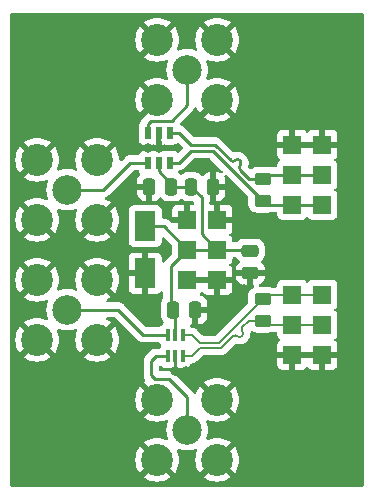
<source format=gbr>
%TF.GenerationSoftware,KiCad,Pcbnew,7.0.5.1-1-g8f565ef7f0-dirty-deb11*%
%TF.CreationDate,2023-07-10T01:49:48+00:00*%
%TF.ProjectId,ACOMP01,41434f4d-5030-4312-9e6b-696361645f70,rev?*%
%TF.SameCoordinates,Original*%
%TF.FileFunction,Copper,L2,Bot*%
%TF.FilePolarity,Positive*%
%FSLAX46Y46*%
G04 Gerber Fmt 4.6, Leading zero omitted, Abs format (unit mm)*
G04 Created by KiCad (PCBNEW 7.0.5.1-1-g8f565ef7f0-dirty-deb11) date 2023-07-10 01:49:48*
%MOMM*%
%LPD*%
G01*
G04 APERTURE LIST*
G04 Aperture macros list*
%AMRoundRect*
0 Rectangle with rounded corners*
0 $1 Rounding radius*
0 $2 $3 $4 $5 $6 $7 $8 $9 X,Y pos of 4 corners*
0 Add a 4 corners polygon primitive as box body*
4,1,4,$2,$3,$4,$5,$6,$7,$8,$9,$2,$3,0*
0 Add four circle primitives for the rounded corners*
1,1,$1+$1,$2,$3*
1,1,$1+$1,$4,$5*
1,1,$1+$1,$6,$7*
1,1,$1+$1,$8,$9*
0 Add four rect primitives between the rounded corners*
20,1,$1+$1,$2,$3,$4,$5,0*
20,1,$1+$1,$4,$5,$6,$7,0*
20,1,$1+$1,$6,$7,$8,$9,0*
20,1,$1+$1,$8,$9,$2,$3,0*%
G04 Aperture macros list end*
%TA.AperFunction,ComponentPad*%
%ADD10R,1.524000X1.524000*%
%TD*%
%TA.AperFunction,ComponentPad*%
%ADD11C,6.000000*%
%TD*%
%TA.AperFunction,ComponentPad*%
%ADD12C,2.500000*%
%TD*%
%TA.AperFunction,ComponentPad*%
%ADD13C,2.700000*%
%TD*%
%TA.AperFunction,SMDPad,CuDef*%
%ADD14RoundRect,0.250000X-0.475000X0.250000X-0.475000X-0.250000X0.475000X-0.250000X0.475000X0.250000X0*%
%TD*%
%TA.AperFunction,SMDPad,CuDef*%
%ADD15R,1.800000X2.500000*%
%TD*%
%TA.AperFunction,SMDPad,CuDef*%
%ADD16RoundRect,0.250000X0.250000X0.475000X-0.250000X0.475000X-0.250000X-0.475000X0.250000X-0.475000X0*%
%TD*%
%TA.AperFunction,SMDPad,CuDef*%
%ADD17RoundRect,0.250000X-0.250000X-0.475000X0.250000X-0.475000X0.250000X0.475000X-0.250000X0.475000X0*%
%TD*%
%TA.AperFunction,SMDPad,CuDef*%
%ADD18RoundRect,0.250000X0.450000X-0.262500X0.450000X0.262500X-0.450000X0.262500X-0.450000X-0.262500X0*%
%TD*%
%TA.AperFunction,SMDPad,CuDef*%
%ADD19R,0.500000X1.000760*%
%TD*%
%TA.AperFunction,SMDPad,CuDef*%
%ADD20R,0.501040X1.000760*%
%TD*%
%TA.AperFunction,SMDPad,CuDef*%
%ADD21R,0.300000X1.000000*%
%TD*%
%TA.AperFunction,ViaPad*%
%ADD22C,0.800000*%
%TD*%
%TA.AperFunction,Conductor*%
%ADD23C,0.250000*%
%TD*%
%TA.AperFunction,Conductor*%
%ADD24C,0.200000*%
%TD*%
G04 APERTURE END LIST*
D10*
%TO.P,J6,1*%
%TO.N,GND*%
X21590000Y6350000D03*
%TO.P,J6,2*%
X19050000Y6350000D03*
%TO.P,J6,3*%
%TO.N,/TLV_OUT+*%
X21590000Y8890000D03*
%TO.P,J6,4*%
X19050000Y8890000D03*
%TO.P,J6,5*%
%TO.N,/TLV_OUT-*%
X21590000Y11430000D03*
%TO.P,J6,6*%
X19050000Y11430000D03*
%TO.P,J6,7*%
%TO.N,GND*%
X21590000Y13970000D03*
%TO.P,J6,8*%
X19050000Y13970000D03*
%TD*%
D11*
%TO.P,M2,1*%
%TO.N,GND*%
X0Y30480000D03*
%TD*%
%TO.P,M4,1*%
%TO.N,GND*%
X20320000Y0D03*
%TD*%
D10*
%TO.P,J7,1*%
%TO.N,GND*%
X21590000Y16510000D03*
%TO.P,J7,2*%
X19050000Y16510000D03*
%TO.P,J7,3*%
%TO.N,/LMH_OUT+*%
X21590000Y19050000D03*
%TO.P,J7,4*%
X19050000Y19050000D03*
%TO.P,J7,5*%
%TO.N,/LMH_OUT-*%
X21590000Y21590000D03*
%TO.P,J7,6*%
X19050000Y21590000D03*
%TO.P,J7,7*%
%TO.N,GND*%
X21590000Y24130000D03*
%TO.P,J7,8*%
X19050000Y24130000D03*
%TD*%
D12*
%TO.P,J2,1,In*%
%TO.N,/IN+_TLV*%
X10160000Y0D03*
D13*
%TO.P,J2,2,Ext*%
%TO.N,GND*%
X7620000Y-2540000D03*
X12700000Y-2540000D03*
X12700000Y2540000D03*
X7620000Y2540000D03*
%TD*%
D10*
%TO.P,J1,1*%
%TO.N,GND*%
X10160000Y17780000D03*
%TO.P,J1,2*%
X12700000Y17780000D03*
%TO.P,J1,3*%
%TO.N,+3V3*%
X10160000Y15240000D03*
%TO.P,J1,4*%
X12700000Y15240000D03*
%TO.P,J1,5*%
%TO.N,GND*%
X10160000Y12700000D03*
%TO.P,J1,6*%
X12700000Y12700000D03*
%TD*%
D12*
%TO.P,J4,1,In*%
%TO.N,/IN+_LMH*%
X0Y20320000D03*
D13*
%TO.P,J4,2,Ext*%
%TO.N,GND*%
X-2540000Y22860000D03*
X2540000Y22860000D03*
X2540000Y17780000D03*
X-2540000Y17780000D03*
%TD*%
D11*
%TO.P,M3,1*%
%TO.N,GND*%
X0Y0D03*
%TD*%
%TO.P,M1,1*%
%TO.N,GND*%
X20320000Y30480000D03*
%TD*%
D12*
%TO.P,J5,1,In*%
%TO.N,/IN-_LMH*%
X10160000Y30480000D03*
D13*
%TO.P,J5,2,Ext*%
%TO.N,GND*%
X12700000Y33020000D03*
X12700000Y27940000D03*
X7620000Y33020000D03*
X7620000Y27940000D03*
%TD*%
D12*
%TO.P,J3,1,In*%
%TO.N,/IN-_TLV*%
X0Y10160000D03*
D13*
%TO.P,J3,2,Ext*%
%TO.N,GND*%
X-2540000Y7620000D03*
X-2540000Y12700000D03*
X2540000Y12700000D03*
X2540000Y7620000D03*
%TD*%
D14*
%TO.P,C1,1*%
%TO.N,+3V3*%
X15494000Y15174000D03*
%TO.P,C1,2*%
%TO.N,GND*%
X15494000Y13274000D03*
%TD*%
D15*
%TO.P,D1,1,K*%
%TO.N,+3V3*%
X6604000Y17240000D03*
%TO.P,D1,2,A*%
%TO.N,GND*%
X6604000Y13240000D03*
%TD*%
D16*
%TO.P,C4,1*%
%TO.N,+3V3*%
X8824000Y20574000D03*
%TO.P,C4,2*%
%TO.N,GND*%
X6924000Y20574000D03*
%TD*%
D17*
%TO.P,C3,1*%
%TO.N,+3V3*%
X8956000Y10160000D03*
%TO.P,C3,2*%
%TO.N,GND*%
X10856000Y10160000D03*
%TD*%
D18*
%TO.P,R2,1*%
%TO.N,/LMH_OUT+*%
X16535400Y19407500D03*
%TO.P,R2,2*%
%TO.N,/LMH_OUT-*%
X16535400Y21232500D03*
%TD*%
D17*
%TO.P,C2,1*%
%TO.N,+3V3*%
X10480000Y20574000D03*
%TO.P,C2,2*%
%TO.N,GND*%
X12380000Y20574000D03*
%TD*%
D19*
%TO.P,IC2,1,IN-*%
%TO.N,/IN-_LMH*%
X6794500Y25146000D03*
%TO.P,IC2,2,GND*%
%TO.N,GND*%
X7747000Y25146000D03*
%TO.P,IC2,3,OUT_~{Q}*%
%TO.N,/LMH_OUT-*%
X8699500Y25146000D03*
D20*
%TO.P,IC2,4,OUT_Q*%
%TO.N,/LMH_OUT+*%
X8699500Y22606000D03*
D19*
%TO.P,IC2,5,VCC*%
%TO.N,+3V3*%
X7747000Y22606000D03*
%TO.P,IC2,6,IN+*%
%TO.N,/IN+_LMH*%
X6794500Y22606000D03*
%TD*%
D21*
%TO.P,IC1,1,OUT+*%
%TO.N,/TLV_OUT+*%
X9794000Y6237400D03*
%TO.P,IC1,2,VEE*%
%TO.N,GND*%
X9144000Y6237400D03*
%TO.P,IC1,3,IN+*%
%TO.N,/IN+_TLV*%
X8494000Y6237400D03*
%TO.P,IC1,4,IN-*%
%TO.N,/IN-_TLV*%
X8494000Y8037400D03*
%TO.P,IC1,5,VCCI/VCCO*%
%TO.N,+3V3*%
X9144000Y8037400D03*
%TO.P,IC1,6,OUT-*%
%TO.N,/TLV_OUT-*%
X9794000Y8037400D03*
%TD*%
D18*
%TO.P,R1,1*%
%TO.N,/TLV_OUT+*%
X16535400Y9247500D03*
%TO.P,R1,2*%
%TO.N,/TLV_OUT-*%
X16535400Y11072500D03*
%TD*%
D22*
%TO.N,GND*%
X6858000Y23876000D03*
X5334000Y20828000D03*
X7747000Y23876000D03*
X12446000Y9652000D03*
X10033000Y4953000D03*
X5334000Y19812000D03*
X7366000Y10922000D03*
X10922000Y22352000D03*
X6350000Y10922000D03*
X13970000Y20320000D03*
X9144000Y4953000D03*
X14986000Y11938000D03*
X12446000Y10668000D03*
X11938000Y22352000D03*
X5334000Y10922000D03*
%TD*%
D23*
%TO.N,+3V3*%
X8763000Y10353000D02*
X8956000Y10160000D01*
X10160000Y15240000D02*
X12700000Y15240000D01*
X8824000Y20817800D02*
X8824000Y20574000D01*
X11379200Y19674800D02*
X11379200Y16560800D01*
X10480000Y20574000D02*
X8824000Y20574000D01*
X15494000Y15174000D02*
X15428000Y15240000D01*
X7747000Y21894800D02*
X8824000Y20817800D01*
X6604000Y17240000D02*
X8160000Y17240000D01*
X11379200Y16560800D02*
X12700000Y15240000D01*
X9144000Y9972000D02*
X8956000Y10160000D01*
X15428000Y15240000D02*
X12700000Y15240000D01*
X9144000Y8037400D02*
X9144000Y9972000D01*
X8160000Y17240000D02*
X10160000Y15240000D01*
X10480000Y20574000D02*
X11379200Y19674800D01*
X8763000Y13843000D02*
X8763000Y10353000D01*
X7747000Y22606000D02*
X7747000Y21894800D01*
X10160000Y15240000D02*
X8763000Y13843000D01*
%TO.N,GND*%
X9144000Y6237400D02*
X9144000Y4953000D01*
%TO.N,/IN+_TLV*%
X7112000Y4597400D02*
X7391400Y4318000D01*
X7507400Y6237400D02*
X7112000Y5842000D01*
X8636000Y4318000D02*
X10160000Y2794000D01*
X7391400Y4318000D02*
X8636000Y4318000D01*
X8494000Y6237400D02*
X7507400Y6237400D01*
X7112000Y5842000D02*
X7112000Y4597400D01*
X10160000Y2794000D02*
X10160000Y0D01*
%TO.N,/IN-_TLV*%
X6442600Y8037400D02*
X6096000Y8384000D01*
X8494000Y8037400D02*
X6442600Y8037400D01*
X4320000Y10160000D02*
X0Y10160000D01*
X6096000Y8384000D02*
X4320000Y10160000D01*
%TO.N,/IN+_LMH*%
X5334000Y22606000D02*
X6794500Y22606000D01*
X3048000Y20320000D02*
X5334000Y22606000D01*
X0Y20320000D02*
X3048000Y20320000D01*
%TO.N,/IN-_LMH*%
X6794500Y25844500D02*
X7112000Y26162000D01*
X6794500Y25146000D02*
X6794500Y25844500D01*
X8842000Y26162000D02*
X10160000Y27480000D01*
X10160000Y27480000D02*
X10160000Y30480000D01*
X7112000Y26162000D02*
X8842000Y26162000D01*
D24*
%TO.N,/TLV_OUT+*%
X14014836Y7915537D02*
X13011697Y6912400D01*
X13011697Y6912400D02*
X11219001Y6912400D01*
X14822548Y8339801D02*
X14822547Y8339801D01*
X15346797Y9247500D02*
X14822548Y8723251D01*
X14822548Y7956353D02*
X14781732Y7915536D01*
X14822548Y7956352D02*
X14822548Y7956353D01*
X14014835Y7915536D02*
X14014836Y7915537D01*
X19050000Y8890000D02*
X16892900Y8890000D01*
X16892900Y8890000D02*
X16535400Y9247500D01*
X21590000Y8890000D02*
X19050000Y8890000D01*
X16535400Y9247500D02*
X15346797Y9247500D01*
X14398284Y7915536D02*
X14398284Y7915537D01*
X11219001Y6912400D02*
X10544001Y6237400D01*
X10544001Y6237400D02*
X9794000Y6237400D01*
X14822524Y7956376D02*
G75*
G03*
X14822547Y8339801I-191724J191724D01*
G01*
X14398284Y7915536D02*
G75*
G03*
X14781732Y7915536I191724J191726D01*
G01*
X14822575Y8723224D02*
G75*
G03*
X14822549Y8339802I191725J-191724D01*
G01*
X14398324Y7915577D02*
G75*
G03*
X14014835Y7915536I-191724J-191777D01*
G01*
%TO.N,/TLV_OUT-*%
X12825300Y7362400D02*
X11219001Y7362400D01*
X16535400Y11072500D02*
X12825300Y7362400D01*
X19050000Y11430000D02*
X16892900Y11430000D01*
X21590000Y11430000D02*
X19050000Y11430000D01*
X11219001Y7362400D02*
X10544001Y8037400D01*
X10544001Y8037400D02*
X9794000Y8037400D01*
X16892900Y11430000D02*
X16535400Y11072500D01*
D23*
%TO.N,/LMH_OUT-*%
X14642003Y22760342D02*
X14593907Y22808438D01*
X13841569Y22808438D02*
X12524007Y24126000D01*
X14217738Y22808439D02*
X14217738Y22808438D01*
X14642002Y22384173D02*
X14642003Y22384173D01*
X14642003Y22760343D02*
X14642003Y22760342D01*
X13841568Y22808438D02*
X13841569Y22808438D01*
X16892900Y21590000D02*
X16535400Y21232500D01*
X12524007Y24126000D02*
X10470071Y24126000D01*
X19050000Y21590000D02*
X21590000Y21590000D01*
X15417507Y21232500D02*
X14642003Y22008004D01*
X10470071Y24126000D02*
X9450071Y25146000D01*
X19050000Y21590000D02*
X16892900Y21590000D01*
X16535400Y21232500D02*
X15417507Y21232500D01*
X9450071Y25146000D02*
X8699500Y25146000D01*
X14593885Y22808416D02*
G75*
G03*
X14217738Y22808439I-188085J-188016D01*
G01*
X13841568Y22808438D02*
G75*
G03*
X14217738Y22808438I188085J188086D01*
G01*
X14641961Y22384215D02*
G75*
G03*
X14642003Y22760343I-188061J188085D01*
G01*
X14641991Y22384184D02*
G75*
G03*
X14642003Y22008004I188109J-188084D01*
G01*
%TO.N,/LMH_OUT+*%
X12316900Y23626000D02*
X10470071Y23626000D01*
X16535400Y19407500D02*
X12316900Y23626000D01*
X9450071Y22606000D02*
X8699500Y22606000D01*
X19050000Y19050000D02*
X16892900Y19050000D01*
X19050000Y19050000D02*
X21590000Y19050000D01*
X10470071Y23626000D02*
X9450071Y22606000D01*
X16892900Y19050000D02*
X16535400Y19407500D01*
%TD*%
%TA.AperFunction,Conductor*%
%TO.N,GND*%
G36*
X21171553Y6514228D02*
G01*
X21141736Y6383593D01*
X21151749Y6249972D01*
X21200703Y6125240D01*
X21224021Y6096000D01*
X19416618Y6096000D01*
X19468447Y6185772D01*
X19498264Y6316407D01*
X19488251Y6450028D01*
X19439297Y6574760D01*
X19415979Y6604000D01*
X21223382Y6604000D01*
X21171553Y6514228D01*
G37*
%TD.AperFunction*%
%TA.AperFunction,Conductor*%
G36*
X12281553Y12864228D02*
G01*
X12251736Y12733593D01*
X12261749Y12599972D01*
X12310703Y12475240D01*
X12334021Y12446000D01*
X10526618Y12446000D01*
X10578447Y12535772D01*
X10608264Y12666407D01*
X10598251Y12800028D01*
X10549297Y12924760D01*
X10525979Y12954000D01*
X12333382Y12954000D01*
X12281553Y12864228D01*
G37*
%TD.AperFunction*%
%TA.AperFunction,Conductor*%
G36*
X10687821Y18013998D02*
G01*
X10734314Y17960342D01*
X10745700Y17908000D01*
X10745700Y17652000D01*
X10725698Y17583879D01*
X10672042Y17537386D01*
X10619700Y17526000D01*
X10526618Y17526000D01*
X10578447Y17615772D01*
X10608264Y17746407D01*
X10598251Y17880028D01*
X10549297Y18004760D01*
X10525979Y18034000D01*
X10619700Y18034000D01*
X10687821Y18013998D01*
G37*
%TD.AperFunction*%
%TA.AperFunction,Conductor*%
G36*
X12281553Y17944228D02*
G01*
X12251736Y17813593D01*
X12261749Y17679972D01*
X12310703Y17555240D01*
X12334021Y17526000D01*
X12138700Y17526000D01*
X12070579Y17546002D01*
X12024086Y17599658D01*
X12012700Y17652000D01*
X12012700Y17908000D01*
X12032702Y17976121D01*
X12086358Y18022614D01*
X12138700Y18034000D01*
X12333382Y18034000D01*
X12281553Y17944228D01*
G37*
%TD.AperFunction*%
%TA.AperFunction,Conductor*%
G36*
X21171553Y24294228D02*
G01*
X21141736Y24163593D01*
X21151749Y24029972D01*
X21200703Y23905240D01*
X21224021Y23876000D01*
X19416618Y23876000D01*
X19468447Y23965772D01*
X19498264Y24096407D01*
X19488251Y24230028D01*
X19439297Y24354760D01*
X19415979Y24384000D01*
X21223382Y24384000D01*
X21171553Y24294228D01*
G37*
%TD.AperFunction*%
%TA.AperFunction,Conductor*%
G36*
X-68379Y-30502D02*
G01*
X-21886Y-84158D01*
X-10500Y-136500D01*
X-10500Y-1519033D01*
X-30502Y-1587154D01*
X-84158Y-1633647D01*
X-146385Y-1644645D01*
X-249195Y-1636554D01*
X-268725Y-1633460D01*
X-502143Y-1577420D01*
X-520946Y-1571311D01*
X-742726Y-1479448D01*
X-760343Y-1470471D01*
X-965015Y-1345047D01*
X-981010Y-1333426D01*
X-1163546Y-1177526D01*
X-1177527Y-1163545D01*
X-1333427Y-981009D01*
X-1345048Y-965014D01*
X-1467542Y-765124D01*
X-1470473Y-760340D01*
X-1479449Y-742725D01*
X-1498715Y-696213D01*
X-1571312Y-520945D01*
X-1577421Y-502142D01*
X-1633461Y-268724D01*
X-1636554Y-249202D01*
X-1644645Y-146386D01*
X-1644645Y-146384D01*
X-1630048Y-76904D01*
X-1580205Y-26346D01*
X-1519033Y-10500D01*
X-136500Y-10500D01*
X-68379Y-30502D01*
G37*
%TD.AperFunction*%
%TA.AperFunction,Conductor*%
G36*
X1587154Y-30502D02*
G01*
X1633647Y-84158D01*
X1644645Y-146386D01*
X1636554Y-249195D01*
X1633460Y-268724D01*
X1577420Y-502142D01*
X1571311Y-520945D01*
X1479448Y-742725D01*
X1470471Y-760342D01*
X1345047Y-965014D01*
X1333426Y-981009D01*
X1177526Y-1163545D01*
X1163545Y-1177526D01*
X981009Y-1333426D01*
X965014Y-1345047D01*
X760342Y-1470471D01*
X742725Y-1479448D01*
X520945Y-1571311D01*
X502142Y-1577420D01*
X268724Y-1633460D01*
X249194Y-1636554D01*
X146385Y-1644644D01*
X76905Y-1630049D01*
X26346Y-1580206D01*
X10500Y-1519033D01*
X10500Y-136500D01*
X30502Y-68379D01*
X84158Y-21886D01*
X136500Y-10500D01*
X1519033Y-10500D01*
X1587154Y-30502D01*
G37*
%TD.AperFunction*%
%TA.AperFunction,Conductor*%
G36*
X-76905Y1630050D02*
G01*
X-26346Y1580207D01*
X-10500Y1519034D01*
X-10500Y136500D01*
X-30502Y68379D01*
X-84158Y21886D01*
X-136500Y10500D01*
X-1519033Y10500D01*
X-1587154Y30502D01*
X-1633647Y84158D01*
X-1644645Y146384D01*
X-1641469Y186754D01*
X-1636554Y249205D01*
X-1633461Y268725D01*
X-1577421Y502143D01*
X-1571312Y520946D01*
X-1479446Y742734D01*
X-1470476Y760337D01*
X-1345044Y965022D01*
X-1333432Y981004D01*
X-1177519Y1163555D01*
X-1163555Y1177519D01*
X-981004Y1333432D01*
X-965022Y1345044D01*
X-760337Y1470476D01*
X-742734Y1479446D01*
X-520942Y1571314D01*
X-502143Y1577421D01*
X-379056Y1606973D01*
X-268721Y1633462D01*
X-249207Y1636554D01*
X-146384Y1644646D01*
X-76905Y1630050D01*
G37*
%TD.AperFunction*%
%TA.AperFunction,Conductor*%
G36*
X249206Y1636554D02*
G01*
X268722Y1633462D01*
X301855Y1625507D01*
X502142Y1577421D01*
X520945Y1571312D01*
X742727Y1479448D01*
X760340Y1470473D01*
X910089Y1378706D01*
X965014Y1345048D01*
X981009Y1333427D01*
X1163545Y1177527D01*
X1177526Y1163546D01*
X1333426Y981010D01*
X1345047Y965015D01*
X1470471Y760343D01*
X1479448Y742726D01*
X1571311Y520946D01*
X1577420Y502143D01*
X1633460Y268725D01*
X1636554Y249195D01*
X1644645Y146385D01*
X1630049Y76905D01*
X1580206Y26346D01*
X1519033Y10500D01*
X136500Y10500D01*
X68379Y30502D01*
X21886Y84158D01*
X10500Y136500D01*
X10500Y1519034D01*
X30502Y1587155D01*
X84158Y1633648D01*
X146383Y1644646D01*
X249206Y1636554D01*
G37*
%TD.AperFunction*%
%TA.AperFunction,Conductor*%
G36*
X25077621Y35275498D02*
G01*
X25124114Y35221842D01*
X25135500Y35169500D01*
X25135500Y-4689500D01*
X25115498Y-4757621D01*
X25061842Y-4804114D01*
X25009500Y-4815500D01*
X-4689500Y-4815500D01*
X-4757621Y-4795498D01*
X-4804114Y-4741842D01*
X-4815500Y-4689500D01*
X-4815500Y0D01*
X-2511365Y0D01*
X-2508036Y-8036D01*
X-2502088Y-10500D01*
X-1797993Y-10500D01*
X-1729872Y-30502D01*
X-1683379Y-84158D01*
X-1672346Y-127082D01*
X-1670899Y-146384D01*
X-1663084Y-250673D01*
X-1607148Y-495741D01*
X-1607147Y-495744D01*
X-1515316Y-729729D01*
X-1515314Y-729733D01*
X-1389628Y-947427D01*
X-1389626Y-947430D01*
X-1389625Y-947431D01*
X-1232897Y-1143961D01*
X-1048628Y-1314938D01*
X-1048622Y-1314942D01*
X-840944Y-1456535D01*
X-840940Y-1456537D01*
X-840934Y-1456541D01*
X-614456Y-1565608D01*
X-614453Y-1565608D01*
X-614448Y-1565611D01*
X-374262Y-1639698D01*
X-374260Y-1639698D01*
X-374251Y-1639701D01*
X-125686Y-1677166D01*
X-125681Y-1677166D01*
X-121024Y-1677868D01*
X-121236Y-1679269D01*
X-60664Y-1702085D01*
X-18302Y-1759058D01*
X-10500Y-1802708D01*
X-10500Y-2502088D01*
X-8037Y-2508035D01*
X-8036Y-2508036D01*
X0Y-2511365D01*
X8036Y-2508036D01*
X10500Y-2502088D01*
X10500Y-1802708D01*
X30502Y-1734587D01*
X84158Y-1688094D01*
X121133Y-1678593D01*
X121024Y-1677868D01*
X125681Y-1677166D01*
X125686Y-1677166D01*
X374251Y-1639701D01*
X374261Y-1639698D01*
X614447Y-1565611D01*
X614449Y-1565610D01*
X614456Y-1565608D01*
X840935Y-1456541D01*
X1048628Y-1314938D01*
X1232897Y-1143961D01*
X1389625Y-947431D01*
X1515312Y-729736D01*
X1607148Y-495740D01*
X1663084Y-250670D01*
X1672345Y-127082D01*
X1697382Y-60648D01*
X1754362Y-18295D01*
X1797993Y-10500D01*
X2502088Y-10500D01*
X2508036Y-8036D01*
X2511365Y0D01*
X2508036Y8036D01*
X2508035Y8037D01*
X2502088Y10500D01*
X1797993Y10500D01*
X1729872Y30502D01*
X1683379Y84158D01*
X1672345Y127084D01*
X1663084Y250670D01*
X1607148Y495740D01*
X1597255Y520946D01*
X1515315Y729730D01*
X1515313Y729734D01*
X1389627Y947428D01*
X1375602Y965015D01*
X1232897Y1143961D01*
X1048628Y1314938D01*
X1021510Y1333427D01*
X840944Y1456536D01*
X840936Y1456540D01*
X840937Y1456540D01*
X840935Y1456541D01*
X719033Y1515247D01*
X614459Y1565607D01*
X614447Y1565612D01*
X374261Y1639699D01*
X374253Y1639701D01*
X374251Y1639701D01*
X125686Y1677166D01*
X125682Y1677166D01*
X121024Y1677868D01*
X121234Y1679262D01*
X60634Y1702109D01*
X18289Y1759095D01*
X10500Y1802709D01*
X10500Y2502089D01*
X8036Y2508036D01*
X0Y2511365D01*
X-8037Y2508036D01*
X-10501Y2502089D01*
X-10500Y1802709D01*
X-30502Y1734588D01*
X-84158Y1688095D01*
X-121133Y1678589D01*
X-121024Y1677868D01*
X-125682Y1677166D01*
X-125686Y1677166D01*
X-374251Y1639701D01*
X-374253Y1639701D01*
X-374262Y1639699D01*
X-614448Y1565612D01*
X-614460Y1565607D01*
X-840936Y1456540D01*
X-840944Y1456536D01*
X-1048622Y1314943D01*
X-1048627Y1314939D01*
X-1232896Y1143962D01*
X-1389628Y947428D01*
X-1515314Y729734D01*
X-1515316Y729730D01*
X-1607147Y495745D01*
X-1607148Y495742D01*
X-1663084Y250674D01*
X-1663084Y250670D01*
X-1671639Y136500D01*
X-1672345Y127084D01*
X-1697382Y60648D01*
X-1754362Y18295D01*
X-1797993Y10500D01*
X-2502088Y10500D01*
X-2508036Y8037D01*
X-2508037Y8036D01*
X-2508036Y8036D01*
X-2511365Y0D01*
X-4815500Y0D01*
X-4815500Y7620000D01*
X-4402746Y7620000D01*
X-4383787Y7354908D01*
X-4327293Y7095207D01*
X-4234413Y6846186D01*
X-4107042Y6612924D01*
X-4021097Y6498115D01*
X-4021097Y6498114D01*
X-3293194Y7226018D01*
X-3247684Y7140178D01*
X-3127991Y6999265D01*
X-2980805Y6887377D01*
X-2934731Y6866061D01*
X-3661888Y6138905D01*
X-3661887Y6138904D01*
X-3547081Y6052961D01*
X-3313815Y5925588D01*
X-3064794Y5832708D01*
X-2805093Y5776214D01*
X-2540000Y5757255D01*
X-2274908Y5776214D01*
X-2015207Y5832708D01*
X-1766186Y5925588D01*
X-1532924Y6052958D01*
X-1418115Y6138905D01*
X-1418114Y6138905D01*
X-2144923Y6865714D01*
X-2022569Y6939331D01*
X-1888342Y7066477D01*
X-1784587Y7219505D01*
X-1783365Y7222574D01*
X-1058905Y6498114D01*
X-1058905Y6498115D01*
X-972958Y6612924D01*
X-845588Y6846186D01*
X-752708Y7095207D01*
X-696214Y7354908D01*
X-677255Y7620000D01*
X-696214Y7885093D01*
X-752708Y8144794D01*
X-836894Y8370503D01*
X-841959Y8441319D01*
X-807934Y8503631D01*
X-745622Y8537656D01*
X-674806Y8532592D01*
X-664168Y8528058D01*
X-644254Y8518468D01*
X-644251Y8518468D01*
X-644246Y8518465D01*
X-392411Y8440785D01*
X-392409Y8440785D01*
X-392400Y8440782D01*
X-131781Y8401500D01*
X-131777Y8401500D01*
X131777Y8401500D01*
X131781Y8401500D01*
X392400Y8440782D01*
X398790Y8442753D01*
X644245Y8518465D01*
X644247Y8518466D01*
X644254Y8518468D01*
X664166Y8528058D01*
X734218Y8539594D01*
X799388Y8511426D01*
X838983Y8452496D01*
X840433Y8381514D01*
X836893Y8370504D01*
X752708Y8144797D01*
X696213Y7885093D01*
X677254Y7620000D01*
X696213Y7354908D01*
X752707Y7095207D01*
X845587Y6846186D01*
X972958Y6612924D01*
X1058903Y6498115D01*
X1058903Y6498114D01*
X1786806Y7226018D01*
X1832316Y7140178D01*
X1952009Y6999265D01*
X2099195Y6887377D01*
X2145269Y6866061D01*
X1418112Y6138905D01*
X1418113Y6138904D01*
X1532919Y6052961D01*
X1766185Y5925588D01*
X2015206Y5832708D01*
X2274907Y5776214D01*
X2539999Y5757255D01*
X2805092Y5776214D01*
X3064793Y5832708D01*
X3313814Y5925588D01*
X3547076Y6052958D01*
X3661885Y6138905D01*
X3661886Y6138905D01*
X2935077Y6865714D01*
X3057431Y6939331D01*
X3191658Y7066477D01*
X3295413Y7219505D01*
X3296635Y7222574D01*
X4021095Y6498114D01*
X4021095Y6498115D01*
X4107042Y6612924D01*
X4234412Y6846186D01*
X4327292Y7095207D01*
X4383786Y7354908D01*
X4402745Y7620001D01*
X4383786Y7885093D01*
X4327292Y8144794D01*
X4234412Y8393815D01*
X4107039Y8627081D01*
X4021096Y8741887D01*
X4021095Y8741888D01*
X3293192Y8013985D01*
X3247684Y8099822D01*
X3127991Y8240735D01*
X2980805Y8352623D01*
X2934729Y8373941D01*
X3661886Y9101097D01*
X3547076Y9187042D01*
X3358683Y9289912D01*
X3308481Y9340114D01*
X3293389Y9409488D01*
X3318200Y9476009D01*
X3375035Y9518556D01*
X3419068Y9526500D01*
X4005406Y9526500D01*
X4073527Y9506498D01*
X4094501Y9489595D01*
X5935353Y7648743D01*
X5945320Y7636303D01*
X5945547Y7636490D01*
X5950599Y7630383D01*
X6000988Y7583065D01*
X6002377Y7581719D01*
X6008440Y7575656D01*
X6022826Y7561269D01*
X6028368Y7556970D01*
X6032881Y7553115D01*
X6067279Y7520814D01*
X6067280Y7520814D01*
X6067282Y7520812D01*
X6085029Y7511056D01*
X6101559Y7500198D01*
X6117559Y7487787D01*
X6131686Y7481674D01*
X6160851Y7469053D01*
X6166185Y7466441D01*
X6207540Y7443705D01*
X6227162Y7438667D01*
X6245863Y7432265D01*
X6264455Y7424219D01*
X6311070Y7416837D01*
X6316842Y7415642D01*
X6362570Y7403900D01*
X6382831Y7403900D01*
X6402539Y7402350D01*
X6422543Y7399181D01*
X6456059Y7402349D01*
X6469510Y7403620D01*
X6475442Y7403900D01*
X7763591Y7403900D01*
X7831712Y7383898D01*
X7878205Y7330242D01*
X7881646Y7321934D01*
X7893111Y7291196D01*
X7893113Y7291193D01*
X7951715Y7212909D01*
X7976526Y7146389D01*
X7961434Y7077014D01*
X7951715Y7061891D01*
X7893113Y6983608D01*
X7893111Y6983605D01*
X7881646Y6952866D01*
X7839099Y6896031D01*
X7772578Y6871221D01*
X7763591Y6870900D01*
X7591253Y6870900D01*
X7575411Y6872650D01*
X7575384Y6872356D01*
X7567491Y6873102D01*
X7498424Y6870931D01*
X7496445Y6870900D01*
X7467544Y6870900D01*
X7467540Y6870900D01*
X7467530Y6870899D01*
X7460579Y6870021D01*
X7454667Y6869556D01*
X7407513Y6868074D01*
X7407511Y6868073D01*
X7388056Y6862422D01*
X7368703Y6858414D01*
X7348611Y6855876D01*
X7348604Y6855875D01*
X7348603Y6855874D01*
X7348601Y6855874D01*
X7348600Y6855873D01*
X7304739Y6838508D01*
X7299124Y6836585D01*
X7253807Y6823418D01*
X7236364Y6813103D01*
X7218618Y6804410D01*
X7199782Y6796952D01*
X7161609Y6769219D01*
X7156648Y6765960D01*
X7116038Y6741942D01*
X7101711Y6727616D01*
X7086685Y6714783D01*
X7070295Y6702875D01*
X7070293Y6702873D01*
X7040209Y6666510D01*
X7036214Y6662120D01*
X6723336Y6349243D01*
X6710901Y6339280D01*
X6711089Y6339053D01*
X6704982Y6334001D01*
X6657694Y6283645D01*
X6656319Y6282226D01*
X6635863Y6261769D01*
X6631560Y6256223D01*
X6627714Y6251721D01*
X6595417Y6217326D01*
X6595411Y6217317D01*
X6585651Y6199565D01*
X6574803Y6183050D01*
X6562386Y6167042D01*
X6543645Y6123736D01*
X6541034Y6118406D01*
X6518305Y6077061D01*
X6518303Y6077056D01*
X6513267Y6057441D01*
X6506864Y6038738D01*
X6498819Y6020148D01*
X6491437Y5973544D01*
X6490233Y5967732D01*
X6478500Y5922032D01*
X6478500Y5901777D01*
X6476949Y5882067D01*
X6473780Y5862058D01*
X6473779Y5862054D01*
X6478219Y5815081D01*
X6478499Y5809150D01*
X6478500Y4681254D01*
X6476751Y4665412D01*
X6477044Y4665384D01*
X6476297Y4657492D01*
X6478468Y4588427D01*
X6478499Y4586450D01*
X6478499Y4557539D01*
X6479378Y4550579D01*
X6479844Y4544667D01*
X6481326Y4497512D01*
X6481327Y4497507D01*
X6486977Y4478061D01*
X6490986Y4458703D01*
X6493525Y4438607D01*
X6493526Y4438601D01*
X6510893Y4394738D01*
X6512816Y4389121D01*
X6525982Y4343807D01*
X6536294Y4326369D01*
X6544988Y4308621D01*
X6552444Y4289791D01*
X6552449Y4289780D01*
X6580177Y4251618D01*
X6583437Y4246655D01*
X6592183Y4231867D01*
X6609644Y4163051D01*
X6587129Y4095719D01*
X6559240Y4066857D01*
X6498113Y4021098D01*
X6498112Y4021097D01*
X7224922Y3294287D01*
X7102569Y3220669D01*
X6968342Y3093523D01*
X6864587Y2940495D01*
X6863364Y2937427D01*
X6138903Y3661888D01*
X6138902Y3661887D01*
X6052957Y3547076D01*
X5925587Y3313815D01*
X5832707Y3064794D01*
X5776213Y2805093D01*
X5757254Y2540000D01*
X5776213Y2274908D01*
X5832707Y2015207D01*
X5925587Y1766186D01*
X6052958Y1532924D01*
X6138903Y1418115D01*
X6138903Y1418114D01*
X6866806Y2146018D01*
X6912316Y2060178D01*
X7032009Y1919265D01*
X7179195Y1807377D01*
X7225268Y1786062D01*
X6498112Y1058905D01*
X6498113Y1058904D01*
X6612919Y972961D01*
X6846185Y845588D01*
X7095206Y752708D01*
X7354907Y696214D01*
X7619999Y677255D01*
X7885092Y696214D01*
X8144793Y752708D01*
X8374187Y838268D01*
X8445003Y843333D01*
X8507315Y809308D01*
X8541340Y746996D01*
X8536276Y676180D01*
X8535510Y674179D01*
X8474911Y519776D01*
X8417611Y268725D01*
X8416265Y262826D01*
X8396569Y0D01*
X8416265Y-262826D01*
X8416266Y-262830D01*
X8474911Y-519775D01*
X8535510Y-674178D01*
X8541778Y-744898D01*
X8508817Y-807779D01*
X8447092Y-842858D01*
X8376201Y-838998D01*
X8374188Y-838267D01*
X8144796Y-752708D01*
X7885092Y-696213D01*
X7619999Y-677254D01*
X7354907Y-696213D01*
X7095206Y-752707D01*
X6846185Y-845587D01*
X6612924Y-972957D01*
X6498113Y-1058902D01*
X6498112Y-1058903D01*
X7224922Y-1785713D01*
X7102569Y-1859331D01*
X6968342Y-1986477D01*
X6864587Y-2139505D01*
X6863364Y-2142573D01*
X6138903Y-1418112D01*
X6138902Y-1418113D01*
X6052957Y-1532924D01*
X5925587Y-1766185D01*
X5832707Y-2015206D01*
X5776213Y-2274907D01*
X5757254Y-2540000D01*
X5776213Y-2805092D01*
X5832707Y-3064793D01*
X5925587Y-3313814D01*
X6052958Y-3547076D01*
X6138903Y-3661885D01*
X6138903Y-3661886D01*
X6866806Y-2933982D01*
X6912316Y-3019822D01*
X7032009Y-3160735D01*
X7179195Y-3272623D01*
X7225269Y-3293939D01*
X6498112Y-4021095D01*
X6498113Y-4021096D01*
X6612919Y-4107039D01*
X6846185Y-4234412D01*
X7095206Y-4327292D01*
X7354907Y-4383786D01*
X7619999Y-4402745D01*
X7885092Y-4383786D01*
X8144793Y-4327292D01*
X8393814Y-4234412D01*
X8627076Y-4107042D01*
X8741885Y-4021095D01*
X8741886Y-4021095D01*
X8015077Y-3294286D01*
X8137431Y-3220669D01*
X8271658Y-3093523D01*
X8375413Y-2940495D01*
X8376635Y-2937426D01*
X9101095Y-3661886D01*
X9101095Y-3661885D01*
X9187042Y-3547076D01*
X9314412Y-3313814D01*
X9407292Y-3064793D01*
X9463786Y-2805092D01*
X9482745Y-2539999D01*
X9463786Y-2274907D01*
X9407292Y-2015206D01*
X9323106Y-1789497D01*
X9318041Y-1718681D01*
X9352066Y-1656369D01*
X9414378Y-1622344D01*
X9485194Y-1627408D01*
X9495832Y-1631942D01*
X9515746Y-1641532D01*
X9515749Y-1641532D01*
X9515754Y-1641535D01*
X9767589Y-1719215D01*
X9767591Y-1719215D01*
X9767600Y-1719218D01*
X10028219Y-1758500D01*
X10028223Y-1758500D01*
X10291777Y-1758500D01*
X10291781Y-1758500D01*
X10552400Y-1719218D01*
X10554141Y-1718681D01*
X10804245Y-1641535D01*
X10804247Y-1641534D01*
X10804254Y-1641532D01*
X10824166Y-1631942D01*
X10894218Y-1620406D01*
X10959388Y-1648574D01*
X10998983Y-1707504D01*
X11000433Y-1778486D01*
X10996893Y-1789496D01*
X10912708Y-2015203D01*
X10856213Y-2274907D01*
X10837254Y-2540000D01*
X10856213Y-2805092D01*
X10912707Y-3064793D01*
X11005587Y-3313814D01*
X11132958Y-3547076D01*
X11218903Y-3661885D01*
X11218903Y-3661886D01*
X11946806Y-2933982D01*
X11992316Y-3019822D01*
X12112009Y-3160735D01*
X12259195Y-3272623D01*
X12305269Y-3293939D01*
X11578112Y-4021095D01*
X11578113Y-4021096D01*
X11692919Y-4107039D01*
X11926185Y-4234412D01*
X12175206Y-4327292D01*
X12434907Y-4383786D01*
X12700000Y-4402745D01*
X12965092Y-4383786D01*
X13224793Y-4327292D01*
X13473814Y-4234412D01*
X13707076Y-4107042D01*
X13821885Y-4021095D01*
X13821886Y-4021095D01*
X13095077Y-3294286D01*
X13217431Y-3220669D01*
X13351658Y-3093523D01*
X13455413Y-2940495D01*
X13456635Y-2937426D01*
X14181095Y-3661886D01*
X14181095Y-3661885D01*
X14267042Y-3547076D01*
X14394412Y-3313814D01*
X14487292Y-3064793D01*
X14543786Y-2805092D01*
X14562745Y-2539999D01*
X14543786Y-2274907D01*
X14487292Y-2015206D01*
X14394412Y-1766185D01*
X14267039Y-1532919D01*
X14181096Y-1418113D01*
X14181095Y-1418112D01*
X13453192Y-2146015D01*
X13407684Y-2060178D01*
X13287991Y-1919265D01*
X13140805Y-1807377D01*
X13094729Y-1786059D01*
X13821886Y-1058903D01*
X13707076Y-972958D01*
X13473814Y-845587D01*
X13224793Y-752707D01*
X12965092Y-696213D01*
X12700000Y-677254D01*
X12434907Y-696213D01*
X12175203Y-752708D01*
X11945811Y-838267D01*
X11874995Y-843331D01*
X11812683Y-809306D01*
X11778658Y-746994D01*
X11783723Y-676178D01*
X11784453Y-674271D01*
X11845087Y-519780D01*
X11903735Y-262826D01*
X11923431Y0D01*
X11903735Y262826D01*
X11845087Y519780D01*
X11784488Y674181D01*
X11778221Y744898D01*
X11811182Y807780D01*
X11872906Y842859D01*
X11943798Y838999D01*
X11945812Y838268D01*
X12175206Y752708D01*
X12434907Y696214D01*
X12700000Y677255D01*
X12965092Y696214D01*
X13224793Y752708D01*
X13473814Y845588D01*
X13707076Y972958D01*
X13821885Y1058905D01*
X13821886Y1058905D01*
X13095077Y1785714D01*
X13217431Y1859331D01*
X13351658Y1986477D01*
X13455413Y2139505D01*
X13456635Y2142574D01*
X14181095Y1418114D01*
X14181095Y1418115D01*
X14267042Y1532924D01*
X14394412Y1766186D01*
X14487292Y2015207D01*
X14543786Y2274908D01*
X14562745Y2540001D01*
X14543786Y2805093D01*
X14487292Y3064794D01*
X14394412Y3313815D01*
X14267039Y3547081D01*
X14181096Y3661887D01*
X14181095Y3661888D01*
X13453192Y2933985D01*
X13407684Y3019822D01*
X13287991Y3160735D01*
X13140805Y3272623D01*
X13094729Y3293940D01*
X13821886Y4021097D01*
X13707076Y4107042D01*
X13473814Y4234413D01*
X13224793Y4327293D01*
X12965092Y4383787D01*
X12700000Y4402746D01*
X12434907Y4383787D01*
X12175206Y4327293D01*
X11926185Y4234413D01*
X11692924Y4107043D01*
X11578113Y4021098D01*
X11578112Y4021097D01*
X12304922Y3294287D01*
X12182569Y3220669D01*
X12048342Y3093523D01*
X11944587Y2940495D01*
X11943364Y2937427D01*
X11218903Y3661888D01*
X11218902Y3661887D01*
X11132957Y3547076D01*
X11005586Y3313812D01*
X11005583Y3313805D01*
X10938286Y3133376D01*
X10895740Y3076540D01*
X10829219Y3051730D01*
X10759845Y3066822D01*
X10718295Y3103348D01*
X10691818Y3139789D01*
X10688562Y3144747D01*
X10664542Y3185363D01*
X10664540Y3185365D01*
X10664540Y3185366D01*
X10650218Y3199688D01*
X10637377Y3214721D01*
X10635362Y3217494D01*
X10625472Y3231107D01*
X10589108Y3261190D01*
X10584736Y3265169D01*
X9143244Y4706661D01*
X9133279Y4719099D01*
X9133052Y4718910D01*
X9128001Y4725016D01*
X9128000Y4725018D01*
X9077626Y4772322D01*
X9076237Y4773668D01*
X9065990Y4783915D01*
X9055776Y4794130D01*
X9055772Y4794134D01*
X9050225Y4798437D01*
X9045717Y4802288D01*
X9011325Y4834583D01*
X9011319Y4834587D01*
X8993563Y4844349D01*
X8977047Y4855198D01*
X8961041Y4867614D01*
X8930289Y4880922D01*
X8917740Y4886352D01*
X8912408Y4888964D01*
X8871061Y4911695D01*
X8851436Y4916734D01*
X8832736Y4923136D01*
X8814145Y4931181D01*
X8814143Y4931182D01*
X8814142Y4931182D01*
X8767542Y4938563D01*
X8761729Y4939767D01*
X8716030Y4951500D01*
X8695776Y4951500D01*
X8676066Y4953051D01*
X8656057Y4956220D01*
X8656056Y4956220D01*
X8609083Y4951780D01*
X8603150Y4951500D01*
X7871500Y4951500D01*
X7803379Y4971502D01*
X7756886Y5025158D01*
X7745500Y5077499D01*
X7745500Y5137556D01*
X7745500Y5309815D01*
X7765501Y5377932D01*
X7819156Y5424425D01*
X7889430Y5434530D01*
X7954011Y5405037D01*
X7972365Y5385324D01*
X7980738Y5374139D01*
X8097792Y5286513D01*
X8097794Y5286512D01*
X8097796Y5286511D01*
X8156875Y5264476D01*
X8234795Y5235412D01*
X8234803Y5235410D01*
X8295350Y5228901D01*
X8295355Y5228901D01*
X8295362Y5228900D01*
X8295368Y5228900D01*
X8692632Y5228900D01*
X8692638Y5228900D01*
X8692645Y5228901D01*
X8692649Y5228901D01*
X8753196Y5235410D01*
X8753199Y5235411D01*
X8753201Y5235411D01*
X8775682Y5243797D01*
X8846496Y5248862D01*
X8863746Y5243797D01*
X8884904Y5235906D01*
X8884903Y5235906D01*
X8945402Y5229401D01*
X8945415Y5229400D01*
X8994000Y5229400D01*
X8994000Y5314488D01*
X9014002Y5382609D01*
X9019132Y5389997D01*
X9043132Y5422057D01*
X9099968Y5464604D01*
X9170784Y5469668D01*
X9233096Y5435643D01*
X9244868Y5422057D01*
X9268868Y5389997D01*
X9293679Y5323477D01*
X9294000Y5314488D01*
X9294000Y5229400D01*
X9342585Y5229400D01*
X9342597Y5229401D01*
X9403093Y5235906D01*
X9403095Y5235906D01*
X9424248Y5243796D01*
X9495063Y5248862D01*
X9512314Y5243797D01*
X9527756Y5238038D01*
X9534799Y5235411D01*
X9534801Y5235411D01*
X9534804Y5235410D01*
X9595350Y5228901D01*
X9595355Y5228901D01*
X9595362Y5228900D01*
X9595368Y5228900D01*
X9992632Y5228900D01*
X9992638Y5228900D01*
X9992645Y5228901D01*
X9992649Y5228901D01*
X10053196Y5235410D01*
X10053199Y5235411D01*
X10053201Y5235411D01*
X10190204Y5286511D01*
X10307261Y5374139D01*
X10352469Y5434530D01*
X10394887Y5491193D01*
X10394887Y5491194D01*
X10394889Y5491196D01*
X10413906Y5542184D01*
X10456450Y5599016D01*
X10522970Y5623827D01*
X10535743Y5623447D01*
X10535743Y5623650D01*
X10543999Y5623650D01*
X10543999Y5623651D01*
X10544001Y5623650D01*
X10583881Y5628900D01*
X10583886Y5628900D01*
X10661792Y5639157D01*
X10683458Y5642009D01*
X10683458Y5642008D01*
X10683462Y5642010D01*
X10702852Y5644562D01*
X10850877Y5705876D01*
X10946073Y5778923D01*
X10946073Y5778924D01*
X10954292Y5785230D01*
X10954301Y5785238D01*
X10977988Y5803413D01*
X10999962Y5832052D01*
X11005389Y5838241D01*
X11434145Y6266996D01*
X11496458Y6301021D01*
X11523241Y6303900D01*
X12967685Y6303900D01*
X12975917Y6303360D01*
X12987668Y6301814D01*
X13011696Y6298650D01*
X13051576Y6303900D01*
X13051582Y6303900D01*
X13170547Y6319562D01*
X13318572Y6380876D01*
X13341875Y6398758D01*
X13369250Y6419762D01*
X13369250Y6419764D01*
X13413768Y6453922D01*
X13413769Y6453924D01*
X13420591Y6459158D01*
X13420604Y6459169D01*
X13445684Y6478413D01*
X13467664Y6507058D01*
X13473088Y6513243D01*
X14194592Y7234747D01*
X14256902Y7268771D01*
X14327717Y7263706D01*
X14331852Y7262079D01*
X14333428Y7261426D01*
X14503372Y7227622D01*
X14503373Y7227622D01*
X14676643Y7227622D01*
X14676644Y7227622D01*
X14846588Y7261426D01*
X15006671Y7327734D01*
X15150743Y7423999D01*
X15177865Y7451123D01*
X15177880Y7451135D01*
X15183806Y7457062D01*
X15183809Y7457063D01*
X15221707Y7494964D01*
X15227887Y7500384D01*
X15256535Y7522365D01*
X15278675Y7551220D01*
X15284096Y7557401D01*
X15314055Y7587358D01*
X15410316Y7731418D01*
X15476624Y7891487D01*
X15510433Y8061417D01*
X15510443Y8222710D01*
X15530448Y8290824D01*
X15584106Y8337314D01*
X15654380Y8347415D01*
X15702587Y8329940D01*
X15762662Y8292885D01*
X15930974Y8237113D01*
X16034855Y8226500D01*
X17035944Y8226501D01*
X17139826Y8237113D01*
X17254480Y8275105D01*
X17294113Y8281500D01*
X17653500Y8281500D01*
X17721621Y8261498D01*
X17768114Y8207842D01*
X17779500Y8155500D01*
X17779500Y8079351D01*
X17786009Y8018804D01*
X17786011Y8018796D01*
X17837110Y7881798D01*
X17837112Y7881793D01*
X17924737Y7764741D01*
X17924738Y7764741D01*
X17924739Y7764739D01*
X17933306Y7758326D01*
X17983760Y7720556D01*
X18026306Y7663720D01*
X18031370Y7592904D01*
X17997345Y7530592D01*
X17983760Y7518821D01*
X17925096Y7474905D01*
X17837555Y7357966D01*
X17837555Y7357965D01*
X17786505Y7221094D01*
X17780000Y7160598D01*
X17780000Y6604000D01*
X18683382Y6604000D01*
X18631553Y6514228D01*
X18601736Y6383593D01*
X18611749Y6249972D01*
X18660703Y6125240D01*
X18684021Y6096000D01*
X17780000Y6096000D01*
X17780000Y5539403D01*
X17786505Y5478907D01*
X17837555Y5342036D01*
X17837555Y5342035D01*
X17925095Y5225096D01*
X18042034Y5137556D01*
X18178906Y5086506D01*
X18239402Y5080001D01*
X18239415Y5080000D01*
X18796000Y5080000D01*
X18796000Y5985195D01*
X18854960Y5944996D01*
X18983002Y5905500D01*
X19083312Y5905500D01*
X19182499Y5920450D01*
X19303224Y5978588D01*
X19304000Y5979309D01*
X19304000Y5080000D01*
X19860585Y5080000D01*
X19860597Y5080001D01*
X19921093Y5086506D01*
X20057964Y5137556D01*
X20057965Y5137556D01*
X20174903Y5225096D01*
X20219130Y5284176D01*
X20275966Y5326723D01*
X20346781Y5331789D01*
X20409094Y5297764D01*
X20420866Y5284178D01*
X20465095Y5225097D01*
X20582034Y5137556D01*
X20718906Y5086506D01*
X20779402Y5080001D01*
X20779415Y5080000D01*
X21336000Y5080000D01*
X21336000Y5985195D01*
X21394960Y5944996D01*
X21523002Y5905500D01*
X21623312Y5905500D01*
X21722499Y5920450D01*
X21843224Y5978588D01*
X21844000Y5979309D01*
X21844000Y5080000D01*
X22400585Y5080000D01*
X22400597Y5080001D01*
X22461093Y5086506D01*
X22597964Y5137556D01*
X22597965Y5137556D01*
X22714904Y5225096D01*
X22802444Y5342035D01*
X22802444Y5342036D01*
X22853494Y5478907D01*
X22859999Y5539403D01*
X22860000Y5539415D01*
X22860000Y6096000D01*
X21956618Y6096000D01*
X22008447Y6185772D01*
X22038264Y6316407D01*
X22028251Y6450028D01*
X21979297Y6574760D01*
X21955979Y6604000D01*
X22860000Y6604000D01*
X22860000Y7160586D01*
X22859999Y7160598D01*
X22853494Y7221094D01*
X22802444Y7357965D01*
X22802444Y7357966D01*
X22714904Y7474905D01*
X22656240Y7518820D01*
X22613693Y7575656D01*
X22608629Y7646472D01*
X22642654Y7708784D01*
X22656240Y7720556D01*
X22715261Y7764739D01*
X22802887Y7881793D01*
X22802887Y7881794D01*
X22802889Y7881796D01*
X22853989Y8018799D01*
X22854172Y8020495D01*
X22860499Y8079351D01*
X22860500Y8079368D01*
X22860500Y9700633D01*
X22860499Y9700650D01*
X22853990Y9761197D01*
X22853988Y9761205D01*
X22807312Y9886346D01*
X22802889Y9898204D01*
X22802888Y9898206D01*
X22802887Y9898208D01*
X22715261Y10015262D01*
X22656657Y10059132D01*
X22614110Y10115968D01*
X22609046Y10186784D01*
X22643071Y10249096D01*
X22656657Y10260868D01*
X22715261Y10304739D01*
X22802887Y10421793D01*
X22802887Y10421794D01*
X22802889Y10421796D01*
X22853989Y10558799D01*
X22854237Y10561099D01*
X22860499Y10619351D01*
X22860500Y10619368D01*
X22860500Y12240633D01*
X22860499Y12240650D01*
X22853990Y12301197D01*
X22853988Y12301205D01*
X22807677Y12425366D01*
X22802889Y12438204D01*
X22802888Y12438206D01*
X22802887Y12438208D01*
X22715261Y12555262D01*
X22598207Y12642888D01*
X22598202Y12642890D01*
X22461204Y12693989D01*
X22461196Y12693991D01*
X22400649Y12700500D01*
X22400638Y12700500D01*
X20779362Y12700500D01*
X20779350Y12700500D01*
X20718803Y12693991D01*
X20718795Y12693989D01*
X20581797Y12642890D01*
X20581792Y12642888D01*
X20464738Y12555261D01*
X20420867Y12496657D01*
X20364031Y12454111D01*
X20293216Y12449047D01*
X20230904Y12483072D01*
X20219133Y12496657D01*
X20175261Y12555261D01*
X20058207Y12642888D01*
X20058202Y12642890D01*
X19921204Y12693989D01*
X19921196Y12693991D01*
X19860649Y12700500D01*
X19860638Y12700500D01*
X18239362Y12700500D01*
X18239350Y12700500D01*
X18178803Y12693991D01*
X18178795Y12693989D01*
X18041797Y12642890D01*
X18041792Y12642888D01*
X17924738Y12555262D01*
X17837112Y12438208D01*
X17837110Y12438203D01*
X17786011Y12301205D01*
X17786009Y12301197D01*
X17779500Y12240650D01*
X17779500Y12164500D01*
X17759498Y12096379D01*
X17705842Y12049886D01*
X17653500Y12038500D01*
X17294112Y12038500D01*
X17254481Y12044895D01*
X17139826Y12082887D01*
X17139824Y12082888D01*
X17139822Y12082888D01*
X17035953Y12093500D01*
X16347673Y12093500D01*
X16279552Y12113502D01*
X16233059Y12167158D01*
X16222955Y12237432D01*
X16252449Y12302012D01*
X16285995Y12327328D01*
X16285279Y12328490D01*
X16442339Y12425366D01*
X16442345Y12425371D01*
X16567629Y12550655D01*
X16567634Y12550661D01*
X16660657Y12701475D01*
X16716393Y12869679D01*
X16716394Y12869682D01*
X16726999Y12973484D01*
X16727000Y12973484D01*
X16727000Y13020000D01*
X15748000Y13020000D01*
X15748000Y12265999D01*
X15765205Y12248794D01*
X15774725Y12245998D01*
X15821218Y12192342D01*
X15831322Y12122068D01*
X15801828Y12057488D01*
X15768203Y12032109D01*
X15768908Y12030967D01*
X15762663Y12027116D01*
X15762662Y12027115D01*
X15692452Y11983810D01*
X15611747Y11934030D01*
X15611741Y11934025D01*
X15486375Y11808659D01*
X15486370Y11808653D01*
X15393285Y11657738D01*
X15337513Y11489428D01*
X15337512Y11489421D01*
X15326900Y11385554D01*
X15326900Y10776741D01*
X15306898Y10708620D01*
X15289995Y10687646D01*
X12610156Y8007805D01*
X12547844Y7973780D01*
X12521061Y7970900D01*
X11523240Y7970900D01*
X11455119Y7990902D01*
X11434145Y8007805D01*
X11234108Y8207842D01*
X11005391Y8436559D01*
X10999964Y8442747D01*
X10977988Y8471387D01*
X10946075Y8495875D01*
X10946075Y8495876D01*
X10850883Y8568920D01*
X10850875Y8568925D01*
X10807519Y8586884D01*
X10702852Y8630238D01*
X10683208Y8632824D01*
X10683206Y8632825D01*
X10580228Y8646382D01*
X10580198Y8646385D01*
X10544003Y8651150D01*
X10535743Y8651150D01*
X10535743Y8653700D01*
X10478227Y8662685D01*
X10425141Y8709827D01*
X10413907Y8732614D01*
X10403785Y8759752D01*
X10398720Y8830564D01*
X10432744Y8892876D01*
X10495056Y8926902D01*
X10534649Y8929129D01*
X10555485Y8927000D01*
X10602000Y8927000D01*
X10602000Y9906000D01*
X11110000Y9906000D01*
X11110000Y8927000D01*
X11156517Y8927000D01*
X11156516Y8927001D01*
X11260318Y8937606D01*
X11260321Y8937607D01*
X11428525Y8993343D01*
X11579339Y9086366D01*
X11579345Y9086371D01*
X11704629Y9211655D01*
X11704634Y9211661D01*
X11797657Y9362475D01*
X11853393Y9530679D01*
X11853394Y9530682D01*
X11863999Y9634484D01*
X11864000Y9634484D01*
X11864000Y9906000D01*
X11110000Y9906000D01*
X10602000Y9906000D01*
X10602000Y10288000D01*
X10622002Y10356121D01*
X10675658Y10402614D01*
X10728000Y10414000D01*
X11864000Y10414000D01*
X11864000Y10685517D01*
X11853394Y10789319D01*
X11853393Y10789322D01*
X11797657Y10957526D01*
X11704634Y11108340D01*
X11704629Y11108346D01*
X11579345Y11233630D01*
X11579339Y11233635D01*
X11428521Y11326660D01*
X11428522Y11326660D01*
X11327944Y11359988D01*
X11269572Y11400402D01*
X11242317Y11465958D01*
X11254831Y11535844D01*
X11280835Y11566420D01*
X11278532Y11568723D01*
X11284902Y11575094D01*
X11329132Y11634177D01*
X11385968Y11676724D01*
X11456783Y11681788D01*
X11519096Y11647763D01*
X11530868Y11634177D01*
X11575095Y11575096D01*
X11692034Y11487556D01*
X11828906Y11436506D01*
X11889402Y11430001D01*
X11889415Y11430000D01*
X12446000Y11430000D01*
X12446000Y12335195D01*
X12504960Y12294996D01*
X12633002Y12255500D01*
X12733312Y12255500D01*
X12832499Y12270450D01*
X12953224Y12328588D01*
X12954000Y12329309D01*
X12954000Y11430000D01*
X13510585Y11430000D01*
X13510597Y11430001D01*
X13571093Y11436506D01*
X13707964Y11487556D01*
X13707965Y11487556D01*
X13824904Y11575096D01*
X13912444Y11692035D01*
X13912444Y11692036D01*
X13963494Y11828907D01*
X13969999Y11889403D01*
X13970000Y11889415D01*
X13970000Y12446000D01*
X13066618Y12446000D01*
X13118447Y12535772D01*
X13148264Y12666407D01*
X13138251Y12800028D01*
X13089297Y12924760D01*
X13065979Y12954000D01*
X13970000Y12954000D01*
X13970000Y13020000D01*
X14261000Y13020000D01*
X14261000Y12973484D01*
X14271605Y12869682D01*
X14271606Y12869679D01*
X14327342Y12701475D01*
X14420365Y12550661D01*
X14420370Y12550655D01*
X14545654Y12425371D01*
X14545660Y12425366D01*
X14696474Y12332343D01*
X14864678Y12276607D01*
X14864681Y12276606D01*
X14968483Y12266001D01*
X14968483Y12266000D01*
X15240000Y12266000D01*
X15240000Y13020000D01*
X14261000Y13020000D01*
X13970000Y13020000D01*
X13970000Y13510586D01*
X13969999Y13510598D01*
X13963494Y13571094D01*
X13912444Y13707965D01*
X13912444Y13707966D01*
X13824904Y13824905D01*
X13766240Y13868820D01*
X13723693Y13925656D01*
X13718629Y13996472D01*
X13752654Y14058784D01*
X13766240Y14070556D01*
X13825261Y14114739D01*
X13912887Y14231793D01*
X13912887Y14231794D01*
X13912889Y14231796D01*
X13963989Y14368799D01*
X13964657Y14375004D01*
X13970499Y14429351D01*
X13970500Y14429368D01*
X13970500Y14480500D01*
X13990502Y14548621D01*
X14044158Y14595114D01*
X14096500Y14606500D01*
X14253332Y14606500D01*
X14321453Y14586498D01*
X14360570Y14546650D01*
X14397182Y14487293D01*
X14419970Y14450348D01*
X14419975Y14450342D01*
X14545345Y14324972D01*
X14548450Y14322517D01*
X14550027Y14320290D01*
X14550537Y14319780D01*
X14550449Y14319693D01*
X14589481Y14264578D01*
X14592673Y14193653D01*
X14557014Y14132261D01*
X14548454Y14124843D01*
X14545654Y14122630D01*
X14420370Y13997346D01*
X14420365Y13997340D01*
X14327342Y13846526D01*
X14271606Y13678322D01*
X14271605Y13678319D01*
X14261000Y13574517D01*
X14261000Y13528000D01*
X16727000Y13528000D01*
X16727000Y13574517D01*
X16716394Y13678319D01*
X16716393Y13678322D01*
X16660657Y13846526D01*
X16567634Y13997340D01*
X16567629Y13997346D01*
X16561382Y14003593D01*
X18601736Y14003593D01*
X18611749Y13869972D01*
X18660703Y13745240D01*
X18744248Y13640478D01*
X18854960Y13564996D01*
X18983002Y13525500D01*
X19083312Y13525500D01*
X19182499Y13540450D01*
X19303224Y13598588D01*
X19401450Y13689728D01*
X19468447Y13805772D01*
X19498264Y13936407D01*
X19493229Y14003593D01*
X21141736Y14003593D01*
X21151749Y13869972D01*
X21200703Y13745240D01*
X21284248Y13640478D01*
X21394960Y13564996D01*
X21523002Y13525500D01*
X21623312Y13525500D01*
X21722499Y13540450D01*
X21843224Y13598588D01*
X21941450Y13689728D01*
X22008447Y13805772D01*
X22038264Y13936407D01*
X22028251Y14070028D01*
X21979297Y14194760D01*
X21895752Y14299522D01*
X21785040Y14375004D01*
X21656998Y14414500D01*
X21556688Y14414500D01*
X21457501Y14399550D01*
X21336776Y14341412D01*
X21238550Y14250272D01*
X21171553Y14134228D01*
X21141736Y14003593D01*
X19493229Y14003593D01*
X19488251Y14070028D01*
X19439297Y14194760D01*
X19355752Y14299522D01*
X19245040Y14375004D01*
X19116998Y14414500D01*
X19016688Y14414500D01*
X18917501Y14399550D01*
X18796776Y14341412D01*
X18698550Y14250272D01*
X18631553Y14134228D01*
X18601736Y14003593D01*
X16561382Y14003593D01*
X16442344Y14122631D01*
X16439551Y14124839D01*
X16438131Y14126844D01*
X16437150Y14127825D01*
X16437317Y14127993D01*
X16398519Y14182778D01*
X16395325Y14253702D01*
X16430983Y14315095D01*
X16439554Y14322522D01*
X16442639Y14324963D01*
X16442652Y14324970D01*
X16568030Y14450348D01*
X16661115Y14601262D01*
X16716887Y14769574D01*
X16727500Y14873455D01*
X16727499Y15474544D01*
X16726788Y15481500D01*
X16716887Y15578426D01*
X16692673Y15651501D01*
X16661115Y15746738D01*
X16568030Y15897652D01*
X16568029Y15897653D01*
X16568024Y15897659D01*
X16442658Y16023025D01*
X16442652Y16023030D01*
X16442652Y16023031D01*
X16291738Y16116115D01*
X16207581Y16144002D01*
X16123427Y16171887D01*
X16123420Y16171888D01*
X16019553Y16182500D01*
X14968455Y16182500D01*
X14864574Y16171888D01*
X14696261Y16116115D01*
X14545347Y16023030D01*
X14545341Y16023025D01*
X14432722Y15910405D01*
X14370410Y15876379D01*
X14343627Y15873500D01*
X14096500Y15873500D01*
X14028379Y15893502D01*
X13981886Y15947158D01*
X13970500Y15999500D01*
X13970500Y16050633D01*
X13970499Y16050650D01*
X13963990Y16111197D01*
X13963988Y16111205D01*
X13912889Y16248203D01*
X13912887Y16248208D01*
X13825260Y16365262D01*
X13766239Y16409446D01*
X13723693Y16466282D01*
X13718629Y16537098D01*
X13722176Y16543593D01*
X18601736Y16543593D01*
X18611749Y16409972D01*
X18660703Y16285240D01*
X18744248Y16180478D01*
X18854960Y16104996D01*
X18983002Y16065500D01*
X19083312Y16065500D01*
X19182499Y16080450D01*
X19303224Y16138588D01*
X19401450Y16229728D01*
X19468447Y16345772D01*
X19498264Y16476407D01*
X19493229Y16543593D01*
X21141736Y16543593D01*
X21151749Y16409972D01*
X21200703Y16285240D01*
X21284248Y16180478D01*
X21394960Y16104996D01*
X21523002Y16065500D01*
X21623312Y16065500D01*
X21722499Y16080450D01*
X21843224Y16138588D01*
X21941450Y16229728D01*
X22008447Y16345772D01*
X22038264Y16476407D01*
X22028251Y16610028D01*
X21979297Y16734760D01*
X21895752Y16839522D01*
X21785040Y16915004D01*
X21656998Y16954500D01*
X21556688Y16954500D01*
X21457501Y16939550D01*
X21336776Y16881412D01*
X21238550Y16790272D01*
X21171553Y16674228D01*
X21141736Y16543593D01*
X19493229Y16543593D01*
X19488251Y16610028D01*
X19439297Y16734760D01*
X19355752Y16839522D01*
X19245040Y16915004D01*
X19116998Y16954500D01*
X19016688Y16954500D01*
X18917501Y16939550D01*
X18796776Y16881412D01*
X18698550Y16790272D01*
X18631553Y16674228D01*
X18601736Y16543593D01*
X13722176Y16543593D01*
X13752654Y16599409D01*
X13766241Y16611182D01*
X13824904Y16655097D01*
X13912444Y16772035D01*
X13912444Y16772036D01*
X13963494Y16908907D01*
X13969999Y16969403D01*
X13970000Y16969415D01*
X13970000Y17526000D01*
X13066618Y17526000D01*
X13118447Y17615772D01*
X13148264Y17746407D01*
X13138251Y17880028D01*
X13089297Y18004760D01*
X13065979Y18034000D01*
X13970000Y18034000D01*
X13970000Y18590586D01*
X13969999Y18590598D01*
X13963494Y18651094D01*
X13912444Y18787965D01*
X13912444Y18787966D01*
X13824904Y18904905D01*
X13707965Y18992445D01*
X13571093Y19043495D01*
X13510597Y19050000D01*
X12954000Y19050000D01*
X12954000Y18144806D01*
X12895040Y18185004D01*
X12766998Y18224500D01*
X12666688Y18224500D01*
X12567501Y18209550D01*
X12446776Y18151412D01*
X12446000Y18150692D01*
X12446000Y19050000D01*
X12138700Y19050000D01*
X12070579Y19070002D01*
X12024086Y19123658D01*
X12012700Y19176000D01*
X12012700Y19215000D01*
X12032702Y19283121D01*
X12086358Y19329614D01*
X12122470Y19337470D01*
X12126000Y19340999D01*
X12126000Y20320000D01*
X12634000Y20320000D01*
X12634000Y19341000D01*
X12680517Y19341000D01*
X12680516Y19341001D01*
X12784318Y19351606D01*
X12784321Y19351607D01*
X12952525Y19407343D01*
X13103339Y19500366D01*
X13103345Y19500371D01*
X13228629Y19625655D01*
X13228634Y19625661D01*
X13321657Y19776475D01*
X13377393Y19944679D01*
X13377394Y19944682D01*
X13387999Y20048484D01*
X13388000Y20048484D01*
X13388000Y20320000D01*
X12634000Y20320000D01*
X12126000Y20320000D01*
X12126000Y21807000D01*
X12079483Y21807000D01*
X11975681Y21796395D01*
X11975678Y21796394D01*
X11807474Y21740658D01*
X11656660Y21647635D01*
X11656654Y21647630D01*
X11531370Y21522346D01*
X11529157Y21519546D01*
X11527149Y21518125D01*
X11526175Y21517150D01*
X11526008Y21517317D01*
X11471216Y21478518D01*
X11400291Y21475328D01*
X11338900Y21510989D01*
X11331483Y21519550D01*
X11329028Y21522655D01*
X11203658Y21648025D01*
X11203652Y21648030D01*
X11122698Y21697963D01*
X11052738Y21741115D01*
X10968582Y21769002D01*
X10884427Y21796887D01*
X10884420Y21796888D01*
X10780553Y21807500D01*
X10179455Y21807500D01*
X10075574Y21796888D01*
X9907261Y21741115D01*
X9756347Y21648030D01*
X9756344Y21648027D01*
X9741090Y21632774D01*
X9678776Y21598752D01*
X9607961Y21603820D01*
X9562904Y21632779D01*
X9547657Y21648026D01*
X9547653Y21648029D01*
X9547652Y21648030D01*
X9452324Y21706829D01*
X9404848Y21759613D01*
X9393445Y21829688D01*
X9400417Y21858099D01*
X9400908Y21859415D01*
X9400909Y21859416D01*
X9413328Y21892716D01*
X9455873Y21949550D01*
X9522393Y21974361D01*
X9527387Y21974618D01*
X9549960Y21975327D01*
X9569418Y21980981D01*
X9588765Y21984987D01*
X9608868Y21987526D01*
X9652750Y22004901D01*
X9658345Y22006817D01*
X9686887Y22015109D01*
X9703662Y22019981D01*
X9703666Y22019983D01*
X9721097Y22030292D01*
X9738851Y22038991D01*
X9757688Y22046448D01*
X9795857Y22074182D01*
X9800815Y22077438D01*
X9841433Y22101458D01*
X9855756Y22115782D01*
X9870795Y22128626D01*
X9887178Y22140528D01*
X9917259Y22176892D01*
X9921237Y22181264D01*
X10695571Y22955596D01*
X10757884Y22989621D01*
X10784667Y22992500D01*
X12002306Y22992500D01*
X12070427Y22972498D01*
X12091401Y22955595D01*
X13113601Y21933395D01*
X13147627Y21871083D01*
X13142562Y21800268D01*
X13100015Y21743432D01*
X13033495Y21718621D01*
X12964121Y21733712D01*
X12958359Y21737059D01*
X12952525Y21740658D01*
X12784321Y21796394D01*
X12784318Y21796395D01*
X12680516Y21807000D01*
X12634000Y21807000D01*
X12634000Y20828000D01*
X13388000Y20828000D01*
X13388000Y21099517D01*
X13377394Y21203319D01*
X13377393Y21203322D01*
X13321656Y21371528D01*
X13318060Y21377358D01*
X13299321Y21445837D01*
X13320579Y21513576D01*
X13375085Y21559069D01*
X13445534Y21567872D01*
X13509558Y21537189D01*
X13514394Y21532602D01*
X15289995Y19757001D01*
X15324021Y19694689D01*
X15326900Y19667906D01*
X15326900Y19094456D01*
X15337512Y18990575D01*
X15393285Y18822262D01*
X15486370Y18671348D01*
X15486375Y18671342D01*
X15611741Y18545976D01*
X15611747Y18545971D01*
X15611748Y18545970D01*
X15762662Y18452885D01*
X15930974Y18397113D01*
X16034855Y18386500D01*
X17035944Y18386501D01*
X17139826Y18397113D01*
X17179033Y18410105D01*
X17218665Y18416500D01*
X17653500Y18416500D01*
X17721621Y18396498D01*
X17768114Y18342842D01*
X17779500Y18290500D01*
X17779500Y18239351D01*
X17786009Y18178804D01*
X17786011Y18178796D01*
X17837110Y18041798D01*
X17837112Y18041793D01*
X17924738Y17924739D01*
X18041792Y17837113D01*
X18041794Y17837112D01*
X18041796Y17837111D01*
X18050955Y17833695D01*
X18178795Y17786012D01*
X18178803Y17786010D01*
X18239350Y17779501D01*
X18239355Y17779501D01*
X18239362Y17779500D01*
X18239368Y17779500D01*
X19860632Y17779500D01*
X19860638Y17779500D01*
X19860645Y17779501D01*
X19860649Y17779501D01*
X19921196Y17786010D01*
X19921199Y17786011D01*
X19921201Y17786011D01*
X20058204Y17837111D01*
X20079673Y17853182D01*
X20175261Y17924739D01*
X20219132Y17983343D01*
X20275968Y18025890D01*
X20346784Y18030954D01*
X20409096Y17996929D01*
X20420868Y17983343D01*
X20464738Y17924739D01*
X20581792Y17837113D01*
X20581794Y17837112D01*
X20581796Y17837111D01*
X20590955Y17833695D01*
X20718795Y17786012D01*
X20718803Y17786010D01*
X20779350Y17779501D01*
X20779355Y17779501D01*
X20779362Y17779500D01*
X20779368Y17779500D01*
X22400632Y17779500D01*
X22400638Y17779500D01*
X22400645Y17779501D01*
X22400649Y17779501D01*
X22461196Y17786010D01*
X22461199Y17786011D01*
X22461201Y17786011D01*
X22598204Y17837111D01*
X22619673Y17853182D01*
X22715261Y17924739D01*
X22802887Y18041793D01*
X22802887Y18041794D01*
X22802889Y18041796D01*
X22853989Y18178799D01*
X22854172Y18180495D01*
X22860499Y18239351D01*
X22860500Y18239368D01*
X22860500Y19860633D01*
X22860499Y19860650D01*
X22853990Y19921197D01*
X22853988Y19921205D01*
X22818114Y20017385D01*
X22802889Y20058204D01*
X22802888Y20058206D01*
X22802887Y20058208D01*
X22715260Y20175263D01*
X22656656Y20219134D01*
X22614110Y20275970D01*
X22609046Y20346786D01*
X22643072Y20409098D01*
X22656656Y20420868D01*
X22715261Y20464739D01*
X22802889Y20581796D01*
X22853989Y20718799D01*
X22860500Y20779362D01*
X22860500Y22400638D01*
X22860000Y22405289D01*
X22853990Y22461197D01*
X22853988Y22461205D01*
X22802889Y22598203D01*
X22802887Y22598208D01*
X22732943Y22691640D01*
X22715261Y22715261D01*
X22715260Y22715262D01*
X22656239Y22759446D01*
X22613693Y22816282D01*
X22608629Y22887098D01*
X22642654Y22949409D01*
X22656241Y22961182D01*
X22714904Y23005097D01*
X22802444Y23122035D01*
X22802444Y23122036D01*
X22853494Y23258907D01*
X22859999Y23319403D01*
X22860000Y23319415D01*
X22860000Y23876000D01*
X21956618Y23876000D01*
X22008447Y23965772D01*
X22038264Y24096407D01*
X22028251Y24230028D01*
X21979297Y24354760D01*
X21955979Y24384000D01*
X22860000Y24384000D01*
X22860000Y24940586D01*
X22859999Y24940598D01*
X22853494Y25001094D01*
X22802444Y25137965D01*
X22802444Y25137966D01*
X22714904Y25254905D01*
X22597965Y25342445D01*
X22461093Y25393495D01*
X22400597Y25400000D01*
X21844000Y25400000D01*
X21844000Y24494806D01*
X21785040Y24535004D01*
X21656998Y24574500D01*
X21556688Y24574500D01*
X21457501Y24559550D01*
X21336776Y24501412D01*
X21336000Y24500692D01*
X21336000Y25400000D01*
X20779402Y25400000D01*
X20718906Y25393495D01*
X20582035Y25342445D01*
X20582034Y25342445D01*
X20465097Y25254906D01*
X20420868Y25195823D01*
X20364031Y25153277D01*
X20293216Y25148213D01*
X20230904Y25182238D01*
X20219132Y25195823D01*
X20174902Y25254906D01*
X20057965Y25342445D01*
X19921093Y25393495D01*
X19860597Y25400000D01*
X19304000Y25400000D01*
X19304000Y24494806D01*
X19245040Y24535004D01*
X19116998Y24574500D01*
X19016688Y24574500D01*
X18917501Y24559550D01*
X18796776Y24501412D01*
X18796000Y24500692D01*
X18796000Y25400000D01*
X18239402Y25400000D01*
X18178906Y25393495D01*
X18042035Y25342445D01*
X18042034Y25342445D01*
X17925095Y25254905D01*
X17837555Y25137966D01*
X17837555Y25137965D01*
X17786505Y25001094D01*
X17780000Y24940598D01*
X17780000Y24384000D01*
X18683382Y24384000D01*
X18631553Y24294228D01*
X18601736Y24163593D01*
X18611749Y24029972D01*
X18660703Y23905240D01*
X18684021Y23876000D01*
X17780000Y23876000D01*
X17780000Y23319403D01*
X17786505Y23258907D01*
X17837555Y23122036D01*
X17837555Y23122035D01*
X17925095Y23005096D01*
X17983759Y22961181D01*
X18026306Y22904345D01*
X18031370Y22833530D01*
X17997345Y22771217D01*
X17983761Y22759446D01*
X17924738Y22715261D01*
X17837112Y22598208D01*
X17837110Y22598203D01*
X17786011Y22461205D01*
X17786009Y22461197D01*
X17779500Y22400650D01*
X17779500Y22349500D01*
X17759498Y22281379D01*
X17705842Y22234886D01*
X17653500Y22223500D01*
X17218665Y22223500D01*
X17179034Y22229895D01*
X17150757Y22239265D01*
X17139827Y22242887D01*
X17139820Y22242888D01*
X17035953Y22253500D01*
X16034855Y22253500D01*
X15930974Y22242888D01*
X15762661Y22187115D01*
X15611740Y22094026D01*
X15610420Y22092981D01*
X15609345Y22092548D01*
X15605502Y22090177D01*
X15605096Y22090835D01*
X15544577Y22066426D01*
X15474829Y22079683D01*
X15443184Y22102729D01*
X15352681Y22193232D01*
X15318655Y22255544D01*
X15318200Y22306921D01*
X15318782Y22309849D01*
X15318784Y22309852D01*
X15353365Y22483614D01*
X15353385Y22660785D01*
X15318843Y22834555D01*
X15251065Y22998248D01*
X15229365Y23030735D01*
X15152657Y23145574D01*
X15152655Y23145576D01*
X15149417Y23148815D01*
X15149292Y23148957D01*
X15146545Y23151704D01*
X15132221Y23166028D01*
X15119384Y23181058D01*
X15118915Y23181703D01*
X15107475Y23197450D01*
X15107472Y23197453D01*
X15074809Y23224474D01*
X15071164Y23227490D01*
X15066777Y23231482D01*
X15035644Y23262624D01*
X15033087Y23265182D01*
X15032918Y23265332D01*
X15013677Y23284573D01*
X15013676Y23284574D01*
X15012539Y23285711D01*
X15011964Y23286250D01*
X14979279Y23318947D01*
X14978579Y23319415D01*
X14831959Y23417416D01*
X14668253Y23485249D01*
X14668251Y23485250D01*
X14668250Y23485250D01*
X14494456Y23519836D01*
X14494451Y23519837D01*
X14494453Y23519837D01*
X14317255Y23519847D01*
X14317254Y23519847D01*
X14140420Y23484679D01*
X14069706Y23491010D01*
X14026748Y23519164D01*
X13031251Y24514661D01*
X13021286Y24527099D01*
X13021059Y24526910D01*
X13016008Y24533016D01*
X13016007Y24533018D01*
X13012388Y24536416D01*
X12965633Y24580322D01*
X12964243Y24581669D01*
X12948924Y24596988D01*
X12943783Y24602130D01*
X12943779Y24602134D01*
X12938232Y24606437D01*
X12933724Y24610288D01*
X12899332Y24642583D01*
X12899326Y24642587D01*
X12881570Y24652349D01*
X12865054Y24663198D01*
X12849048Y24675614D01*
X12818296Y24688922D01*
X12805747Y24694352D01*
X12800415Y24696964D01*
X12759068Y24719695D01*
X12739443Y24724734D01*
X12720743Y24731136D01*
X12702152Y24739181D01*
X12702150Y24739182D01*
X12702149Y24739182D01*
X12655549Y24746563D01*
X12649736Y24747767D01*
X12604037Y24759500D01*
X12583783Y24759500D01*
X12564073Y24761051D01*
X12544064Y24764220D01*
X12544063Y24764220D01*
X12497090Y24759780D01*
X12491157Y24759500D01*
X10784665Y24759500D01*
X10716544Y24779502D01*
X10695570Y24796405D01*
X9957318Y25534657D01*
X9947351Y25547098D01*
X9947124Y25546909D01*
X9942070Y25553019D01*
X9891697Y25600322D01*
X9890307Y25601669D01*
X9880061Y25611915D01*
X9869847Y25622130D01*
X9869843Y25622134D01*
X9864296Y25626437D01*
X9859788Y25630288D01*
X9825396Y25662583D01*
X9825390Y25662587D01*
X9807634Y25672349D01*
X9791118Y25683198D01*
X9775112Y25695614D01*
X9744360Y25708922D01*
X9731811Y25714352D01*
X9726479Y25716964D01*
X9685132Y25739695D01*
X9665507Y25744734D01*
X9646807Y25751136D01*
X9636535Y25755581D01*
X9628216Y25759181D01*
X9628214Y25759182D01*
X9628212Y25759182D01*
X9619403Y25760577D01*
X9555251Y25790991D01*
X9517725Y25851260D01*
X9518741Y25922249D01*
X9550020Y25974118D01*
X10548657Y26972755D01*
X10561092Y26982716D01*
X10560905Y26982943D01*
X10567016Y26987999D01*
X10567015Y26987999D01*
X10567018Y26988000D01*
X10614352Y27038408D01*
X10615667Y27039765D01*
X10636134Y27060230D01*
X10640429Y27065768D01*
X10644271Y27070269D01*
X10676586Y27104679D01*
X10686345Y27122433D01*
X10697197Y27138954D01*
X10709613Y27154959D01*
X10728352Y27198267D01*
X10730960Y27203586D01*
X10753853Y27245228D01*
X10804198Y27295287D01*
X10873615Y27310180D01*
X10940064Y27285179D01*
X10982322Y27228560D01*
X11005583Y27166196D01*
X11005586Y27166189D01*
X11132958Y26932924D01*
X11218903Y26818115D01*
X11218903Y26818114D01*
X11946806Y27546018D01*
X11992316Y27460178D01*
X12112009Y27319265D01*
X12259195Y27207377D01*
X12305269Y27186061D01*
X11578112Y26458905D01*
X11578113Y26458904D01*
X11692919Y26372961D01*
X11926185Y26245588D01*
X12175206Y26152708D01*
X12434907Y26096214D01*
X12699999Y26077255D01*
X12965092Y26096214D01*
X13224793Y26152708D01*
X13473814Y26245588D01*
X13707076Y26372958D01*
X13821885Y26458905D01*
X13821886Y26458905D01*
X13095077Y27185714D01*
X13217431Y27259331D01*
X13351658Y27386477D01*
X13455413Y27539505D01*
X13456635Y27542574D01*
X14181095Y26818114D01*
X14181095Y26818115D01*
X14267042Y26932924D01*
X14394412Y27166186D01*
X14487292Y27415207D01*
X14543786Y27674908D01*
X14562745Y27940001D01*
X14543786Y28205093D01*
X14487292Y28464794D01*
X14394412Y28713815D01*
X14267039Y28947081D01*
X14181096Y29061887D01*
X14181095Y29061888D01*
X13453192Y28333985D01*
X13407684Y28419822D01*
X13287991Y28560735D01*
X13140805Y28672623D01*
X13094729Y28693941D01*
X13821886Y29421097D01*
X13707076Y29507042D01*
X13473814Y29634413D01*
X13224793Y29727293D01*
X12965092Y29783787D01*
X12699999Y29802746D01*
X12434907Y29783787D01*
X12175203Y29727292D01*
X11945811Y29641733D01*
X11874995Y29636669D01*
X11812683Y29670694D01*
X11778658Y29733006D01*
X11783723Y29803822D01*
X11784453Y29805729D01*
X11845087Y29960220D01*
X11903735Y30217174D01*
X11923431Y30480000D01*
X11903735Y30742826D01*
X11845087Y30999780D01*
X11784488Y31154181D01*
X11778221Y31224898D01*
X11811182Y31287780D01*
X11872906Y31322859D01*
X11943798Y31318999D01*
X11945812Y31318268D01*
X12175206Y31232708D01*
X12434907Y31176214D01*
X12699999Y31157255D01*
X12965092Y31176214D01*
X13224793Y31232708D01*
X13473814Y31325588D01*
X13707076Y31452958D01*
X13821885Y31538905D01*
X13821886Y31538905D01*
X13095077Y32265714D01*
X13217431Y32339331D01*
X13351658Y32466477D01*
X13455413Y32619505D01*
X13456635Y32622574D01*
X14181095Y31898114D01*
X14181095Y31898115D01*
X14267042Y32012924D01*
X14394412Y32246186D01*
X14487292Y32495207D01*
X14543786Y32754908D01*
X14562745Y33020000D01*
X14543786Y33285093D01*
X14487292Y33544794D01*
X14394412Y33793815D01*
X14267039Y34027081D01*
X14181096Y34141887D01*
X14181095Y34141888D01*
X13453192Y33413985D01*
X13407684Y33499822D01*
X13287991Y33640735D01*
X13140805Y33752623D01*
X13094729Y33773940D01*
X13821886Y34501097D01*
X13707076Y34587042D01*
X13473814Y34714413D01*
X13224793Y34807293D01*
X12965092Y34863787D01*
X12699999Y34882746D01*
X12434907Y34863787D01*
X12175206Y34807293D01*
X11926185Y34714413D01*
X11692924Y34587043D01*
X11578113Y34501098D01*
X11578112Y34501097D01*
X12304922Y33774287D01*
X12182569Y33700669D01*
X12048342Y33573523D01*
X11944587Y33420495D01*
X11943364Y33417427D01*
X11218903Y34141888D01*
X11218902Y34141887D01*
X11132957Y34027076D01*
X11005587Y33793815D01*
X10912707Y33544794D01*
X10856213Y33285093D01*
X10837254Y33020001D01*
X10856213Y32754908D01*
X10912707Y32495207D01*
X10996893Y32269498D01*
X11001958Y32198682D01*
X10967933Y32136370D01*
X10905620Y32102345D01*
X10834805Y32107409D01*
X10824169Y32111942D01*
X10804258Y32121531D01*
X10804245Y32121536D01*
X10552410Y32199216D01*
X10552402Y32199218D01*
X10552400Y32199218D01*
X10291781Y32238500D01*
X10028219Y32238500D01*
X9767600Y32199218D01*
X9767598Y32199218D01*
X9767589Y32199216D01*
X9515754Y32121536D01*
X9515740Y32121530D01*
X9495828Y32111941D01*
X9425775Y32100408D01*
X9360607Y32128579D01*
X9321014Y32187511D01*
X9319568Y32258493D01*
X9323107Y32269498D01*
X9407290Y32495201D01*
X9463786Y32754908D01*
X9482745Y33020000D01*
X9463786Y33285093D01*
X9407292Y33544794D01*
X9314412Y33793815D01*
X9187039Y34027081D01*
X9101096Y34141887D01*
X9101095Y34141887D01*
X8373192Y33413984D01*
X8327684Y33499822D01*
X8207991Y33640735D01*
X8060805Y33752623D01*
X8014729Y33773940D01*
X8741886Y34501097D01*
X8627076Y34587042D01*
X8393814Y34714413D01*
X8144793Y34807293D01*
X7885092Y34863787D01*
X7620000Y34882746D01*
X7354907Y34863787D01*
X7095206Y34807293D01*
X6846185Y34714413D01*
X6612924Y34587043D01*
X6498113Y34501098D01*
X6498112Y34501097D01*
X7224922Y33774287D01*
X7102569Y33700669D01*
X6968342Y33573523D01*
X6864587Y33420495D01*
X6863364Y33417427D01*
X6138903Y34141888D01*
X6138902Y34141887D01*
X6052957Y34027076D01*
X5925587Y33793815D01*
X5832707Y33544794D01*
X5776213Y33285093D01*
X5757254Y33020001D01*
X5776213Y32754908D01*
X5832707Y32495207D01*
X5925587Y32246186D01*
X6052958Y32012924D01*
X6138903Y31898115D01*
X6138903Y31898114D01*
X6866806Y32626018D01*
X6912316Y32540178D01*
X7032009Y32399265D01*
X7179195Y32287377D01*
X7225269Y32266061D01*
X6498113Y31538905D01*
X6498113Y31538904D01*
X6612919Y31452961D01*
X6846185Y31325588D01*
X7095206Y31232708D01*
X7354907Y31176214D01*
X7620000Y31157255D01*
X7885092Y31176214D01*
X8144793Y31232708D01*
X8374187Y31318268D01*
X8445003Y31323333D01*
X8507315Y31289308D01*
X8541340Y31226996D01*
X8536276Y31156180D01*
X8535510Y31154179D01*
X8474911Y30999776D01*
X8416266Y30742831D01*
X8416265Y30742826D01*
X8396569Y30480000D01*
X8416265Y30217174D01*
X8416266Y30217170D01*
X8474911Y29960225D01*
X8535510Y29805822D01*
X8541778Y29735102D01*
X8508817Y29672221D01*
X8447092Y29637142D01*
X8376201Y29641002D01*
X8374188Y29641733D01*
X8144796Y29727292D01*
X7885092Y29783787D01*
X7620000Y29802746D01*
X7354907Y29783787D01*
X7095206Y29727293D01*
X6846185Y29634413D01*
X6612924Y29507043D01*
X6498113Y29421098D01*
X6498112Y29421097D01*
X7224922Y28694287D01*
X7102569Y28620669D01*
X6968342Y28493523D01*
X6864587Y28340495D01*
X6863364Y28337427D01*
X6138903Y29061888D01*
X6138902Y29061887D01*
X6052957Y28947076D01*
X5925587Y28713815D01*
X5832707Y28464794D01*
X5776213Y28205093D01*
X5757254Y27940000D01*
X5776213Y27674908D01*
X5832707Y27415207D01*
X5925587Y27166186D01*
X6052958Y26932924D01*
X6138903Y26818115D01*
X6138903Y26818114D01*
X6866806Y27546018D01*
X6912316Y27460178D01*
X7032009Y27319265D01*
X7179195Y27207377D01*
X7225268Y27186062D01*
X6482040Y26442833D01*
X6479908Y26433032D01*
X6458418Y26404326D01*
X6405834Y26351741D01*
X6393401Y26341780D01*
X6393589Y26341553D01*
X6387482Y26336501D01*
X6340194Y26286145D01*
X6338819Y26284726D01*
X6318363Y26264269D01*
X6314060Y26258723D01*
X6310214Y26254221D01*
X6277917Y26219826D01*
X6277911Y26219817D01*
X6268151Y26202065D01*
X6257303Y26185550D01*
X6244886Y26169542D01*
X6226145Y26126236D01*
X6223534Y26120906D01*
X6200805Y26079561D01*
X6200803Y26079556D01*
X6195767Y26059941D01*
X6189364Y26041238D01*
X6178171Y26015371D01*
X6177616Y26015611D01*
X6161460Y25983221D01*
X6093613Y25892588D01*
X6093610Y25892583D01*
X6042511Y25755585D01*
X6042509Y25755577D01*
X6036000Y25695030D01*
X6036000Y24596971D01*
X6042509Y24536424D01*
X6042511Y24536416D01*
X6093610Y24399418D01*
X6093612Y24399413D01*
X6181238Y24282359D01*
X6298292Y24194733D01*
X6298294Y24194732D01*
X6298296Y24194731D01*
X6357375Y24172696D01*
X6435295Y24143632D01*
X6435303Y24143630D01*
X6495850Y24137121D01*
X6495855Y24137121D01*
X6495862Y24137120D01*
X6495868Y24137120D01*
X7093132Y24137120D01*
X7093138Y24137120D01*
X7093145Y24137121D01*
X7093149Y24137121D01*
X7153696Y24143630D01*
X7153696Y24143631D01*
X7153701Y24143631D01*
X7227434Y24171133D01*
X7298245Y24176198D01*
X7315497Y24171132D01*
X7387898Y24144128D01*
X7387906Y24144126D01*
X7448402Y24137621D01*
X7448415Y24137620D01*
X7497000Y24137620D01*
X7497000Y24381004D01*
X7504944Y24425035D01*
X7546489Y24536419D01*
X7548424Y24554413D01*
X7552999Y24596971D01*
X7553000Y24596988D01*
X7553000Y25270000D01*
X7573002Y25338121D01*
X7626658Y25384614D01*
X7679000Y25396000D01*
X7815000Y25396000D01*
X7883121Y25375998D01*
X7929614Y25322342D01*
X7941000Y25270000D01*
X7941000Y24596971D01*
X7947509Y24536424D01*
X7947511Y24536419D01*
X7989055Y24425035D01*
X7997000Y24381004D01*
X7997000Y24137620D01*
X8045585Y24137620D01*
X8045597Y24137621D01*
X8106093Y24144126D01*
X8106098Y24144127D01*
X8178500Y24171132D01*
X8249316Y24176198D01*
X8266561Y24171134D01*
X8307958Y24155694D01*
X8340298Y24143631D01*
X8340303Y24143630D01*
X8400850Y24137121D01*
X8400855Y24137121D01*
X8400862Y24137120D01*
X8400868Y24137120D01*
X8998132Y24137120D01*
X8998138Y24137120D01*
X8998145Y24137121D01*
X8998149Y24137121D01*
X9058696Y24143630D01*
X9058699Y24143631D01*
X9058701Y24143631D01*
X9060034Y24144128D01*
X9077545Y24150660D01*
X9195704Y24194731D01*
X9285435Y24261904D01*
X9351952Y24286713D01*
X9421326Y24271622D01*
X9450037Y24250129D01*
X9735070Y23965096D01*
X9769096Y23902784D01*
X9764031Y23831969D01*
X9735070Y23786906D01*
X9450259Y23502095D01*
X9387947Y23468069D01*
X9317132Y23473134D01*
X9285655Y23490322D01*
X9196227Y23557268D01*
X9196222Y23557270D01*
X9059224Y23608369D01*
X9059216Y23608371D01*
X8998669Y23614880D01*
X8998658Y23614880D01*
X8400342Y23614880D01*
X8400330Y23614880D01*
X8339784Y23608371D01*
X8339780Y23608370D01*
X8267022Y23581232D01*
X8196206Y23576168D01*
X8178958Y23581232D01*
X8106199Y23608370D01*
X8106195Y23608371D01*
X8045649Y23614880D01*
X8045638Y23614880D01*
X7448362Y23614880D01*
X7448350Y23614880D01*
X7387804Y23608371D01*
X7387797Y23608369D01*
X7314780Y23581135D01*
X7243965Y23576071D01*
X7226722Y23581134D01*
X7153701Y23608369D01*
X7153700Y23608370D01*
X7153698Y23608370D01*
X7153695Y23608371D01*
X7093149Y23614880D01*
X7093138Y23614880D01*
X6495862Y23614880D01*
X6495850Y23614880D01*
X6435303Y23608371D01*
X6435295Y23608369D01*
X6298297Y23557270D01*
X6298292Y23557268D01*
X6181238Y23469642D01*
X6093611Y23352586D01*
X6082004Y23321466D01*
X6039457Y23264631D01*
X5972936Y23239821D01*
X5963949Y23239500D01*
X5417853Y23239500D01*
X5402011Y23241250D01*
X5401984Y23240956D01*
X5394091Y23241702D01*
X5325024Y23239531D01*
X5323045Y23239500D01*
X5294144Y23239500D01*
X5294140Y23239500D01*
X5294130Y23239499D01*
X5287179Y23238621D01*
X5281267Y23238156D01*
X5234112Y23236674D01*
X5234110Y23236673D01*
X5214655Y23231022D01*
X5195302Y23227014D01*
X5175210Y23224476D01*
X5175202Y23224474D01*
X5131336Y23207107D01*
X5125721Y23205184D01*
X5080407Y23192018D01*
X5080402Y23192016D01*
X5062963Y23181703D01*
X5045218Y23173010D01*
X5026380Y23165551D01*
X5007269Y23151665D01*
X4988212Y23137820D01*
X4983261Y23134567D01*
X4942640Y23110545D01*
X4928307Y23096213D01*
X4913281Y23083380D01*
X4896895Y23071474D01*
X4896894Y23071474D01*
X4866823Y23035126D01*
X4862827Y23030735D01*
X4617150Y22785058D01*
X4554838Y22751033D01*
X4484022Y22756098D01*
X4427187Y22798645D01*
X4402376Y22865166D01*
X4383786Y23125093D01*
X4327292Y23384794D01*
X4234412Y23633815D01*
X4107039Y23867081D01*
X4021096Y23981887D01*
X4021095Y23981888D01*
X3293192Y23253985D01*
X3247684Y23339822D01*
X3127991Y23480735D01*
X2980805Y23592623D01*
X2934729Y23613940D01*
X3661886Y24341097D01*
X3547076Y24427042D01*
X3313814Y24554413D01*
X3064793Y24647293D01*
X2805092Y24703787D01*
X2540000Y24722746D01*
X2274907Y24703787D01*
X2015206Y24647293D01*
X1766185Y24554413D01*
X1532924Y24427043D01*
X1418113Y24341098D01*
X1418112Y24341097D01*
X2144922Y23614287D01*
X2022569Y23540669D01*
X1888342Y23413523D01*
X1784587Y23260495D01*
X1783364Y23257427D01*
X1058903Y23981888D01*
X1058902Y23981887D01*
X972957Y23867076D01*
X845587Y23633815D01*
X752707Y23384794D01*
X696213Y23125093D01*
X677254Y22860000D01*
X696213Y22594908D01*
X752707Y22335207D01*
X836893Y22109498D01*
X841958Y22038682D01*
X807933Y21976370D01*
X745620Y21942345D01*
X674805Y21947409D01*
X664169Y21951942D01*
X644258Y21961531D01*
X644245Y21961536D01*
X392410Y22039216D01*
X392402Y22039218D01*
X392400Y22039218D01*
X131781Y22078500D01*
X-131781Y22078500D01*
X-392400Y22039218D01*
X-392402Y22039218D01*
X-392411Y22039216D01*
X-644246Y21961536D01*
X-644260Y21961530D01*
X-664172Y21951941D01*
X-734225Y21940408D01*
X-799393Y21968579D01*
X-838986Y22027511D01*
X-840432Y22098493D01*
X-836893Y22109498D01*
X-752710Y22335201D01*
X-696214Y22594908D01*
X-677255Y22860000D01*
X-696214Y23125093D01*
X-752708Y23384794D01*
X-845588Y23633815D01*
X-972961Y23867081D01*
X-1058904Y23981887D01*
X-1058905Y23981887D01*
X-1786808Y23253984D01*
X-1832316Y23339822D01*
X-1952009Y23480735D01*
X-2099195Y23592623D01*
X-2145271Y23613940D01*
X-1418114Y24341097D01*
X-1532924Y24427042D01*
X-1766186Y24554413D01*
X-2015207Y24647293D01*
X-2274908Y24703787D01*
X-2540000Y24722746D01*
X-2805093Y24703787D01*
X-3064794Y24647293D01*
X-3313815Y24554413D01*
X-3547076Y24427043D01*
X-3661887Y24341098D01*
X-3661888Y24341097D01*
X-2935078Y23614287D01*
X-3057431Y23540669D01*
X-3191658Y23413523D01*
X-3295413Y23260495D01*
X-3296636Y23257427D01*
X-4021097Y23981888D01*
X-4021098Y23981887D01*
X-4107043Y23867076D01*
X-4234413Y23633815D01*
X-4327293Y23384794D01*
X-4383787Y23125093D01*
X-4402746Y22860000D01*
X-4383787Y22594908D01*
X-4327293Y22335207D01*
X-4234413Y22086186D01*
X-4107042Y21852924D01*
X-4021097Y21738115D01*
X-4021097Y21738114D01*
X-3293194Y22466018D01*
X-3247684Y22380178D01*
X-3127991Y22239265D01*
X-2980805Y22127377D01*
X-2934731Y22106061D01*
X-3661887Y21378905D01*
X-3661887Y21378904D01*
X-3547081Y21292961D01*
X-3313815Y21165588D01*
X-3064794Y21072708D01*
X-2805093Y21016214D01*
X-2540000Y20997255D01*
X-2274908Y21016214D01*
X-2015207Y21072708D01*
X-1785813Y21158268D01*
X-1714997Y21163333D01*
X-1652685Y21129308D01*
X-1618660Y21066996D01*
X-1623724Y20996180D01*
X-1624490Y20994179D01*
X-1685089Y20839776D01*
X-1743734Y20582831D01*
X-1743735Y20582826D01*
X-1763431Y20320000D01*
X-1743735Y20057174D01*
X-1743734Y20057170D01*
X-1685089Y19800225D01*
X-1624490Y19645822D01*
X-1618222Y19575102D01*
X-1651183Y19512221D01*
X-1712908Y19477142D01*
X-1783799Y19481002D01*
X-1785812Y19481733D01*
X-2015204Y19567292D01*
X-2274908Y19623787D01*
X-2540000Y19642746D01*
X-2805093Y19623787D01*
X-3064794Y19567293D01*
X-3313815Y19474413D01*
X-3547076Y19347043D01*
X-3661887Y19261098D01*
X-3661888Y19261097D01*
X-2935078Y18534287D01*
X-3057431Y18460669D01*
X-3191658Y18333523D01*
X-3295413Y18180495D01*
X-3296636Y18177427D01*
X-4021097Y18901888D01*
X-4021098Y18901887D01*
X-4107043Y18787076D01*
X-4234413Y18553815D01*
X-4327293Y18304794D01*
X-4383787Y18045093D01*
X-4402746Y17780000D01*
X-4383787Y17514908D01*
X-4327293Y17255207D01*
X-4234413Y17006186D01*
X-4107042Y16772924D01*
X-4021097Y16658115D01*
X-4021097Y16658114D01*
X-3293194Y17386018D01*
X-3247684Y17300178D01*
X-3127991Y17159265D01*
X-2980805Y17047377D01*
X-2934731Y17026061D01*
X-3661888Y16298905D01*
X-3661887Y16298904D01*
X-3547081Y16212961D01*
X-3313815Y16085588D01*
X-3064794Y15992708D01*
X-2805093Y15936214D01*
X-2540000Y15917255D01*
X-2274908Y15936214D01*
X-2015207Y15992708D01*
X-1766186Y16085588D01*
X-1532924Y16212958D01*
X-1418115Y16298905D01*
X-1418114Y16298905D01*
X-2144923Y17025714D01*
X-2022569Y17099331D01*
X-1888342Y17226477D01*
X-1784587Y17379505D01*
X-1783365Y17382574D01*
X-1058905Y16658114D01*
X-1058905Y16658115D01*
X-972958Y16772924D01*
X-845588Y17006186D01*
X-752708Y17255207D01*
X-696214Y17514908D01*
X-677255Y17780000D01*
X-696214Y18045093D01*
X-752708Y18304794D01*
X-836894Y18530503D01*
X-841959Y18601319D01*
X-807934Y18663631D01*
X-745622Y18697656D01*
X-674806Y18692592D01*
X-664168Y18688058D01*
X-644254Y18678468D01*
X-644251Y18678468D01*
X-644246Y18678465D01*
X-392411Y18600785D01*
X-392409Y18600785D01*
X-392400Y18600782D01*
X-131781Y18561500D01*
X-131777Y18561500D01*
X131777Y18561500D01*
X131781Y18561500D01*
X392400Y18600782D01*
X394141Y18601319D01*
X644245Y18678465D01*
X644247Y18678466D01*
X644254Y18678468D01*
X664166Y18688058D01*
X734218Y18699594D01*
X799388Y18671426D01*
X838983Y18612496D01*
X840433Y18541514D01*
X836893Y18530504D01*
X752708Y18304797D01*
X696213Y18045093D01*
X677254Y17780000D01*
X696213Y17514908D01*
X752707Y17255207D01*
X845587Y17006186D01*
X972958Y16772924D01*
X1058903Y16658115D01*
X1058903Y16658114D01*
X1786806Y17386018D01*
X1832316Y17300178D01*
X1952009Y17159265D01*
X2099195Y17047377D01*
X2145269Y17026061D01*
X1418112Y16298905D01*
X1418113Y16298904D01*
X1532919Y16212961D01*
X1766185Y16085588D01*
X2015206Y15992708D01*
X2274907Y15936214D01*
X2540000Y15917255D01*
X2805092Y15936214D01*
X3064793Y15992708D01*
X3313814Y16085588D01*
X3547076Y16212958D01*
X3661885Y16298905D01*
X3661886Y16298905D01*
X2935077Y17025714D01*
X3057431Y17099331D01*
X3191658Y17226477D01*
X3295413Y17379505D01*
X3296635Y17382574D01*
X4021095Y16658114D01*
X4021095Y16658115D01*
X4107042Y16772924D01*
X4234412Y17006186D01*
X4327292Y17255207D01*
X4383786Y17514908D01*
X4402745Y17780001D01*
X4383786Y18045093D01*
X4327292Y18304794D01*
X4234412Y18553815D01*
X4107039Y18787081D01*
X4021096Y18901887D01*
X4021095Y18901888D01*
X3293192Y18173985D01*
X3247684Y18259822D01*
X3127991Y18400735D01*
X2980805Y18512623D01*
X2934729Y18533941D01*
X3661886Y19261097D01*
X3547076Y19347042D01*
X3313811Y19474414D01*
X3313804Y19474417D01*
X3273652Y19489393D01*
X3216816Y19531939D01*
X3192006Y19598460D01*
X3207098Y19667834D01*
X3257300Y19718036D01*
X3282537Y19728446D01*
X3301591Y19733981D01*
X3301595Y19733983D01*
X3319026Y19744292D01*
X3336780Y19752991D01*
X3355617Y19760448D01*
X3393786Y19788182D01*
X3398744Y19791438D01*
X3439362Y19815458D01*
X3453685Y19829782D01*
X3468724Y19842626D01*
X3485107Y19854528D01*
X3515193Y19890897D01*
X3519161Y19895259D01*
X3943902Y20320000D01*
X5916000Y20320000D01*
X5916000Y20048484D01*
X5926605Y19944682D01*
X5926606Y19944679D01*
X5982342Y19776475D01*
X6075365Y19625661D01*
X6075370Y19625655D01*
X6200654Y19500371D01*
X6200660Y19500366D01*
X6351474Y19407343D01*
X6519678Y19351607D01*
X6519681Y19351606D01*
X6623483Y19341001D01*
X6623483Y19341000D01*
X6670000Y19341000D01*
X6670000Y20320000D01*
X5916000Y20320000D01*
X3943902Y20320000D01*
X5559498Y21935595D01*
X5621811Y21969621D01*
X5648594Y21972500D01*
X5963949Y21972500D01*
X6032070Y21952498D01*
X6078563Y21898842D01*
X6082004Y21890534D01*
X6093611Y21859415D01*
X6164676Y21764483D01*
X6189487Y21697963D01*
X6174395Y21628588D01*
X6152904Y21599879D01*
X6075365Y21522340D01*
X5982342Y21371526D01*
X5926606Y21203322D01*
X5926605Y21203319D01*
X5916000Y21099517D01*
X5916000Y20828000D01*
X7052000Y20828000D01*
X7120121Y20807998D01*
X7166614Y20754342D01*
X7178000Y20702000D01*
X7178000Y19341000D01*
X7224517Y19341000D01*
X7224516Y19341001D01*
X7328318Y19351606D01*
X7328321Y19351607D01*
X7496525Y19407343D01*
X7647339Y19500366D01*
X7647345Y19500371D01*
X7772624Y19625650D01*
X7774832Y19628442D01*
X7776837Y19629863D01*
X7777825Y19630850D01*
X7777993Y19630682D01*
X7832768Y19669478D01*
X7903693Y19672677D01*
X7965088Y19637024D01*
X7972515Y19628453D01*
X7974974Y19625343D01*
X8100341Y19499976D01*
X8100347Y19499971D01*
X8100348Y19499970D01*
X8251262Y19406885D01*
X8419574Y19351113D01*
X8523455Y19340500D01*
X9124544Y19340501D01*
X9228426Y19351113D01*
X9396738Y19406885D01*
X9547652Y19499970D01*
X9562904Y19515223D01*
X9625214Y19549248D01*
X9696030Y19544185D01*
X9741095Y19515223D01*
X9756348Y19499970D01*
X9907262Y19406885D01*
X10075574Y19351113D01*
X10179455Y19340500D01*
X10619700Y19340501D01*
X10687821Y19320499D01*
X10734314Y19266844D01*
X10745700Y19214501D01*
X10745700Y19176000D01*
X10725698Y19107879D01*
X10672042Y19061386D01*
X10619700Y19050000D01*
X10414000Y19050000D01*
X10414000Y18144806D01*
X10355040Y18185004D01*
X10226998Y18224500D01*
X10126688Y18224500D01*
X10027501Y18209550D01*
X9906776Y18151412D01*
X9906000Y18150692D01*
X9906000Y19050000D01*
X9349402Y19050000D01*
X9288906Y19043495D01*
X9152035Y18992445D01*
X9152034Y18992445D01*
X9035095Y18904905D01*
X8947555Y18787966D01*
X8947555Y18787965D01*
X8896505Y18651094D01*
X8890000Y18590598D01*
X8890000Y18034000D01*
X9793382Y18034000D01*
X9741553Y17944228D01*
X9711736Y17813593D01*
X9721749Y17679972D01*
X9770703Y17555240D01*
X9794021Y17526000D01*
X8865851Y17526000D01*
X8856735Y17521022D01*
X8785920Y17526087D01*
X8740857Y17555048D01*
X8667244Y17628661D01*
X8657279Y17641099D01*
X8657052Y17640910D01*
X8652001Y17647016D01*
X8652000Y17647018D01*
X8601625Y17694323D01*
X8600236Y17695669D01*
X8589990Y17705915D01*
X8579776Y17716130D01*
X8579772Y17716134D01*
X8574225Y17720437D01*
X8569717Y17724288D01*
X8535325Y17756583D01*
X8535319Y17756587D01*
X8517563Y17766349D01*
X8501047Y17777198D01*
X8485041Y17789614D01*
X8454289Y17802922D01*
X8441740Y17808352D01*
X8436408Y17810964D01*
X8395061Y17833695D01*
X8375436Y17838734D01*
X8356736Y17845136D01*
X8338145Y17853181D01*
X8338143Y17853182D01*
X8338142Y17853182D01*
X8291542Y17860563D01*
X8285729Y17861767D01*
X8240030Y17873500D01*
X8219776Y17873500D01*
X8200066Y17875051D01*
X8180057Y17878220D01*
X8180054Y17878221D01*
X8150356Y17875413D01*
X8080656Y17888916D01*
X8029320Y17937959D01*
X8012500Y18000854D01*
X8012500Y18538633D01*
X8012499Y18538650D01*
X8005990Y18599197D01*
X8005988Y18599205D01*
X7954889Y18736203D01*
X7954887Y18736208D01*
X7867261Y18853262D01*
X7750207Y18940888D01*
X7750202Y18940890D01*
X7613204Y18991989D01*
X7613196Y18991991D01*
X7552649Y18998500D01*
X7552638Y18998500D01*
X5655362Y18998500D01*
X5655350Y18998500D01*
X5594803Y18991991D01*
X5594795Y18991989D01*
X5457797Y18940890D01*
X5457792Y18940888D01*
X5340738Y18853262D01*
X5253112Y18736208D01*
X5253110Y18736203D01*
X5202011Y18599205D01*
X5202009Y18599197D01*
X5195500Y18538650D01*
X5195500Y15941351D01*
X5202009Y15880804D01*
X5202011Y15880796D01*
X5253110Y15743798D01*
X5253112Y15743793D01*
X5340738Y15626739D01*
X5457792Y15539113D01*
X5457794Y15539112D01*
X5457796Y15539111D01*
X5516875Y15517076D01*
X5594795Y15488012D01*
X5594803Y15488010D01*
X5655350Y15481501D01*
X5655355Y15481501D01*
X5655362Y15481500D01*
X5655368Y15481500D01*
X7552632Y15481500D01*
X7552638Y15481500D01*
X7552645Y15481501D01*
X7552649Y15481501D01*
X7613196Y15488010D01*
X7613199Y15488011D01*
X7613201Y15488011D01*
X7750204Y15539111D01*
X7781323Y15562406D01*
X7867261Y15626739D01*
X7954887Y15743793D01*
X7954887Y15743794D01*
X7954889Y15743796D01*
X8005989Y15880799D01*
X8009909Y15917255D01*
X8012499Y15941351D01*
X8012500Y15941368D01*
X8012500Y16187406D01*
X8032502Y16255527D01*
X8086158Y16302020D01*
X8156432Y16312124D01*
X8221012Y16282630D01*
X8227581Y16276515D01*
X8556938Y15947158D01*
X8852595Y15651501D01*
X8886620Y15589189D01*
X8889499Y15562406D01*
X8889500Y14917597D01*
X8869498Y14849476D01*
X8852595Y14828501D01*
X8374333Y14350240D01*
X8361901Y14340279D01*
X8362089Y14340052D01*
X8355979Y14334998D01*
X8308694Y14284645D01*
X8307319Y14283226D01*
X8286863Y14262769D01*
X8282560Y14257223D01*
X8278714Y14252721D01*
X8246417Y14218326D01*
X8241756Y14211909D01*
X8239764Y14213356D01*
X8198059Y14171896D01*
X8128640Y14157009D01*
X8062194Y14182016D01*
X8019815Y14238977D01*
X8012000Y14282661D01*
X8012000Y14538586D01*
X8011999Y14538598D01*
X8005494Y14599094D01*
X7954444Y14735965D01*
X7954444Y14735966D01*
X7866904Y14852905D01*
X7749965Y14940445D01*
X7613093Y14991495D01*
X7552597Y14998000D01*
X6858000Y14998000D01*
X6858000Y11482000D01*
X7552585Y11482000D01*
X7552597Y11482001D01*
X7613093Y11488506D01*
X7749964Y11539556D01*
X7749965Y11539556D01*
X7866903Y11627096D01*
X7902630Y11674821D01*
X7959466Y11717368D01*
X8030281Y11722434D01*
X8092594Y11688409D01*
X8126619Y11626097D01*
X8129499Y11599313D01*
X8129499Y11180913D01*
X8110740Y11114767D01*
X8038884Y10998268D01*
X8013885Y10957738D01*
X8003078Y10925124D01*
X7958113Y10789428D01*
X7958112Y10789421D01*
X7947500Y10685554D01*
X7947500Y9634456D01*
X7958112Y9530575D01*
X8013885Y9362262D01*
X8106970Y9211348D01*
X8106975Y9211342D01*
X8128989Y9189328D01*
X8163015Y9127016D01*
X8157950Y9056201D01*
X8115403Y8999365D01*
X8100279Y8989645D01*
X8097793Y8988288D01*
X7980738Y8900662D01*
X7893112Y8783608D01*
X7893111Y8783605D01*
X7881646Y8752866D01*
X7839099Y8696031D01*
X7772578Y8671221D01*
X7763591Y8670900D01*
X6757195Y8670900D01*
X6689074Y8690902D01*
X6668100Y8707805D01*
X4827244Y10548661D01*
X4817279Y10561099D01*
X4817052Y10560910D01*
X4812001Y10567016D01*
X4812000Y10567018D01*
X4761626Y10614322D01*
X4760237Y10615668D01*
X4749990Y10625915D01*
X4739776Y10636130D01*
X4739772Y10636134D01*
X4734225Y10640437D01*
X4729717Y10644288D01*
X4695325Y10676583D01*
X4695319Y10676587D01*
X4677563Y10686349D01*
X4661047Y10697198D01*
X4645041Y10709614D01*
X4614289Y10722922D01*
X4601740Y10728352D01*
X4596408Y10730964D01*
X4555061Y10753695D01*
X4535436Y10758734D01*
X4516736Y10765136D01*
X4498145Y10773181D01*
X4498143Y10773182D01*
X4498142Y10773182D01*
X4451542Y10780563D01*
X4445729Y10781767D01*
X4400030Y10793500D01*
X4379776Y10793500D01*
X4360066Y10795051D01*
X4340057Y10798220D01*
X4340056Y10798220D01*
X4293083Y10793780D01*
X4287150Y10793500D01*
X3419068Y10793500D01*
X3350947Y10813502D01*
X3304454Y10867158D01*
X3294350Y10937432D01*
X3323844Y11002012D01*
X3358683Y11030088D01*
X3547076Y11132958D01*
X3661885Y11218905D01*
X3661886Y11218905D01*
X2935077Y11945714D01*
X3057431Y12019331D01*
X3191658Y12146477D01*
X3295413Y12299505D01*
X3296635Y12302574D01*
X4021095Y11578114D01*
X4021095Y11578115D01*
X4107042Y11692924D01*
X4234412Y11926186D01*
X4327292Y12175207D01*
X4383786Y12434908D01*
X4402745Y12700001D01*
X4383786Y12965093D01*
X4379238Y12986000D01*
X5196000Y12986000D01*
X5196000Y11941403D01*
X5202505Y11880907D01*
X5253555Y11744036D01*
X5253555Y11744035D01*
X5341095Y11627096D01*
X5458034Y11539556D01*
X5594906Y11488506D01*
X5655402Y11482001D01*
X5655415Y11482000D01*
X6350000Y11482000D01*
X6350000Y12986000D01*
X5196000Y12986000D01*
X4379238Y12986000D01*
X4327292Y13224794D01*
X4234412Y13473815D01*
X4223390Y13494000D01*
X5196000Y13494000D01*
X6350000Y13494000D01*
X6350000Y14998000D01*
X5655402Y14998000D01*
X5594906Y14991495D01*
X5458035Y14940445D01*
X5458034Y14940445D01*
X5341095Y14852905D01*
X5253555Y14735966D01*
X5253555Y14735965D01*
X5202505Y14599094D01*
X5196000Y14538598D01*
X5196000Y13494000D01*
X4223390Y13494000D01*
X4107039Y13707081D01*
X4021096Y13821887D01*
X4021095Y13821888D01*
X3293192Y13093985D01*
X3247684Y13179822D01*
X3127991Y13320735D01*
X2980805Y13432623D01*
X2934729Y13453940D01*
X3661886Y14181097D01*
X3547076Y14267042D01*
X3313814Y14394413D01*
X3064793Y14487293D01*
X2805092Y14543787D01*
X2539999Y14562746D01*
X2274907Y14543787D01*
X2015206Y14487293D01*
X1766185Y14394413D01*
X1532924Y14267043D01*
X1418113Y14181098D01*
X1418112Y14181097D01*
X2144922Y13454287D01*
X2022569Y13380669D01*
X1888342Y13253523D01*
X1784587Y13100495D01*
X1783364Y13097427D01*
X1058903Y13821888D01*
X1058902Y13821887D01*
X972957Y13707076D01*
X845587Y13473815D01*
X752707Y13224794D01*
X696213Y12965093D01*
X677254Y12700001D01*
X696213Y12434908D01*
X752707Y12175207D01*
X836893Y11949498D01*
X841958Y11878682D01*
X807933Y11816370D01*
X745620Y11782345D01*
X674805Y11787409D01*
X664169Y11791942D01*
X644258Y11801531D01*
X644245Y11801536D01*
X392410Y11879216D01*
X392402Y11879218D01*
X392400Y11879218D01*
X131781Y11918500D01*
X-131781Y11918500D01*
X-392400Y11879218D01*
X-392402Y11879218D01*
X-392411Y11879216D01*
X-644246Y11801536D01*
X-644260Y11801530D01*
X-664172Y11791941D01*
X-734225Y11780408D01*
X-799393Y11808579D01*
X-838986Y11867511D01*
X-840432Y11938493D01*
X-836893Y11949498D01*
X-752710Y12175201D01*
X-696214Y12434908D01*
X-677255Y12700001D01*
X-696214Y12965093D01*
X-752708Y13224794D01*
X-845588Y13473815D01*
X-972961Y13707081D01*
X-1058904Y13821887D01*
X-1058905Y13821887D01*
X-1786808Y13093984D01*
X-1832316Y13179822D01*
X-1952009Y13320735D01*
X-2099195Y13432623D01*
X-2145271Y13453940D01*
X-1418114Y14181097D01*
X-1532924Y14267042D01*
X-1766186Y14394413D01*
X-2015207Y14487293D01*
X-2274908Y14543787D01*
X-2540000Y14562746D01*
X-2805093Y14543787D01*
X-3064794Y14487293D01*
X-3313815Y14394413D01*
X-3547076Y14267043D01*
X-3661887Y14181098D01*
X-3661888Y14181097D01*
X-2935078Y13454287D01*
X-3057431Y13380669D01*
X-3191658Y13253523D01*
X-3295413Y13100495D01*
X-3296636Y13097427D01*
X-4021097Y13821888D01*
X-4021098Y13821887D01*
X-4107043Y13707076D01*
X-4234413Y13473815D01*
X-4327293Y13224794D01*
X-4383787Y12965093D01*
X-4402746Y12700001D01*
X-4383787Y12434908D01*
X-4327293Y12175207D01*
X-4234413Y11926186D01*
X-4107042Y11692924D01*
X-4021097Y11578115D01*
X-4021097Y11578114D01*
X-3293194Y12306018D01*
X-3247684Y12220178D01*
X-3127991Y12079265D01*
X-2980805Y11967377D01*
X-2934731Y11946061D01*
X-3661887Y11218905D01*
X-3661887Y11218904D01*
X-3547081Y11132961D01*
X-3313815Y11005588D01*
X-3064794Y10912708D01*
X-2805093Y10856214D01*
X-2540000Y10837255D01*
X-2274908Y10856214D01*
X-2015207Y10912708D01*
X-1785813Y10998268D01*
X-1714997Y11003333D01*
X-1652685Y10969308D01*
X-1618660Y10906996D01*
X-1623724Y10836180D01*
X-1624490Y10834179D01*
X-1685089Y10679776D01*
X-1743734Y10422831D01*
X-1743735Y10422826D01*
X-1763431Y10160000D01*
X-1743735Y9897174D01*
X-1743734Y9897170D01*
X-1685089Y9640225D01*
X-1624490Y9485822D01*
X-1618222Y9415102D01*
X-1651183Y9352221D01*
X-1712908Y9317142D01*
X-1783799Y9321002D01*
X-1785812Y9321733D01*
X-2015204Y9407292D01*
X-2274908Y9463787D01*
X-2540000Y9482746D01*
X-2805093Y9463787D01*
X-3064794Y9407293D01*
X-3313815Y9314413D01*
X-3547076Y9187043D01*
X-3661887Y9101098D01*
X-3661888Y9101097D01*
X-2935078Y8374287D01*
X-3057431Y8300669D01*
X-3191658Y8173523D01*
X-3295413Y8020495D01*
X-3296636Y8017428D01*
X-4021097Y8741888D01*
X-4021098Y8741887D01*
X-4107043Y8627076D01*
X-4234413Y8393815D01*
X-4327293Y8144794D01*
X-4383787Y7885093D01*
X-4402746Y7620000D01*
X-4815500Y7620000D01*
X-4815500Y35169500D01*
X-4795498Y35237621D01*
X-4741842Y35284114D01*
X-4689500Y35295500D01*
X25009500Y35295500D01*
X25077621Y35275498D01*
G37*
%TD.AperFunction*%
%TD*%
M02*

</source>
